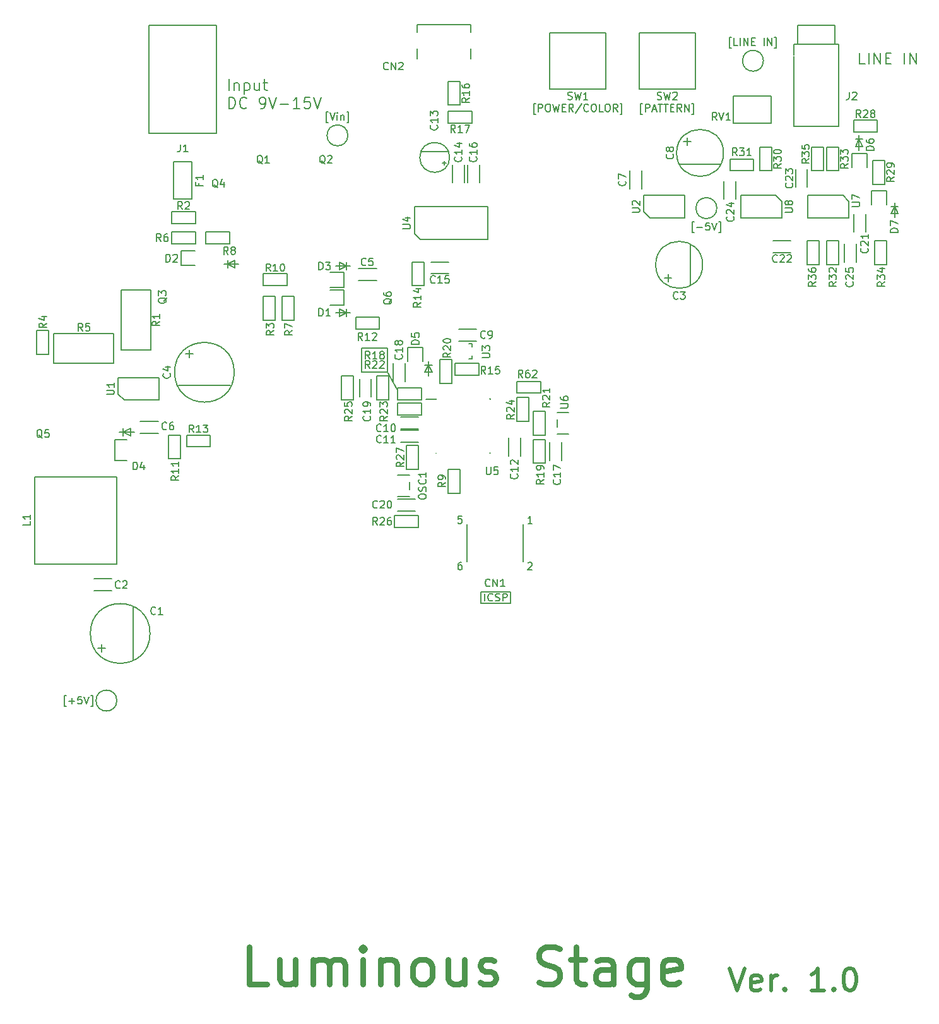
<source format=gto>
G04 #@! TF.GenerationSoftware,KiCad,Pcbnew,(5.0.0)*
G04 #@! TF.CreationDate,2018-09-01T12:46:00+09:00*
G04 #@! TF.ProjectId,LED_Board,4C45445F426F6172642E6B696361645F,rev?*
G04 #@! TF.SameCoordinates,PX4c4b400PY1312d00*
G04 #@! TF.FileFunction,Legend,Top*
G04 #@! TF.FilePolarity,Positive*
%FSLAX46Y46*%
G04 Gerber Fmt 4.6, Leading zero omitted, Abs format (unit mm)*
G04 Created by KiCad (PCBNEW (5.0.0)) date 09/01/18 12:46:00*
%MOMM*%
%LPD*%
G01*
G04 APERTURE LIST*
%ADD10C,0.150000*%
%ADD11C,0.500000*%
%ADD12C,0.800000*%
%ADD13C,0.200000*%
G04 APERTURE END LIST*
D10*
X44488095Y-13535714D02*
X44250000Y-13535714D01*
X44250000Y-12107142D01*
X44488095Y-12107142D01*
X44726190Y-12202380D02*
X45059523Y-13202380D01*
X45392857Y-12202380D01*
X45726190Y-13202380D02*
X45726190Y-12535714D01*
X45726190Y-12202380D02*
X45678571Y-12250000D01*
X45726190Y-12297619D01*
X45773809Y-12250000D01*
X45726190Y-12202380D01*
X45726190Y-12297619D01*
X46202380Y-12535714D02*
X46202380Y-13202380D01*
X46202380Y-12630952D02*
X46250000Y-12583333D01*
X46345238Y-12535714D01*
X46488095Y-12535714D01*
X46583333Y-12583333D01*
X46630952Y-12678571D01*
X46630952Y-13202380D01*
X47011904Y-13535714D02*
X47250000Y-13535714D01*
X47250000Y-12107142D01*
X47011904Y-12107142D01*
X98595238Y-3535714D02*
X98357142Y-3535714D01*
X98357142Y-2107142D01*
X98595238Y-2107142D01*
X99452380Y-3202380D02*
X98976190Y-3202380D01*
X98976190Y-2202380D01*
X99785714Y-3202380D02*
X99785714Y-2202380D01*
X100261904Y-3202380D02*
X100261904Y-2202380D01*
X100833333Y-3202380D01*
X100833333Y-2202380D01*
X101309523Y-2678571D02*
X101642857Y-2678571D01*
X101785714Y-3202380D02*
X101309523Y-3202380D01*
X101309523Y-2202380D01*
X101785714Y-2202380D01*
X102976190Y-3202380D02*
X102976190Y-2202380D01*
X103452380Y-3202380D02*
X103452380Y-2202380D01*
X104023809Y-3202380D01*
X104023809Y-2202380D01*
X104404761Y-3535714D02*
X104642857Y-3535714D01*
X104642857Y-2107142D01*
X104404761Y-2107142D01*
X93583333Y-28285714D02*
X93345238Y-28285714D01*
X93345238Y-26857142D01*
X93583333Y-26857142D01*
X93964285Y-27571428D02*
X94726190Y-27571428D01*
X95678571Y-26952380D02*
X95202380Y-26952380D01*
X95154761Y-27428571D01*
X95202380Y-27380952D01*
X95297619Y-27333333D01*
X95535714Y-27333333D01*
X95630952Y-27380952D01*
X95678571Y-27428571D01*
X95726190Y-27523809D01*
X95726190Y-27761904D01*
X95678571Y-27857142D01*
X95630952Y-27904761D01*
X95535714Y-27952380D01*
X95297619Y-27952380D01*
X95202380Y-27904761D01*
X95154761Y-27857142D01*
X96011904Y-26952380D02*
X96345238Y-27952380D01*
X96678571Y-26952380D01*
X96916666Y-28285714D02*
X97154761Y-28285714D01*
X97154761Y-26857142D01*
X96916666Y-26857142D01*
X9333333Y-91785714D02*
X9095238Y-91785714D01*
X9095238Y-90357142D01*
X9333333Y-90357142D01*
X9714285Y-91071428D02*
X10476190Y-91071428D01*
X10095238Y-91452380D02*
X10095238Y-90690476D01*
X11428571Y-90452380D02*
X10952380Y-90452380D01*
X10904761Y-90928571D01*
X10952380Y-90880952D01*
X11047619Y-90833333D01*
X11285714Y-90833333D01*
X11380952Y-90880952D01*
X11428571Y-90928571D01*
X11476190Y-91023809D01*
X11476190Y-91261904D01*
X11428571Y-91357142D01*
X11380952Y-91404761D01*
X11285714Y-91452380D01*
X11047619Y-91452380D01*
X10952380Y-91404761D01*
X10904761Y-91357142D01*
X11761904Y-90452380D02*
X12095238Y-91452380D01*
X12428571Y-90452380D01*
X12666666Y-91785714D02*
X12904761Y-91785714D01*
X12904761Y-90357142D01*
X12666666Y-90357142D01*
D11*
X98357142Y-126857142D02*
X99357142Y-129857142D01*
X100357142Y-126857142D01*
X102500000Y-129714285D02*
X102214285Y-129857142D01*
X101642857Y-129857142D01*
X101357142Y-129714285D01*
X101214285Y-129428571D01*
X101214285Y-128285714D01*
X101357142Y-128000000D01*
X101642857Y-127857142D01*
X102214285Y-127857142D01*
X102500000Y-128000000D01*
X102642857Y-128285714D01*
X102642857Y-128571428D01*
X101214285Y-128857142D01*
X103928571Y-129857142D02*
X103928571Y-127857142D01*
X103928571Y-128428571D02*
X104071428Y-128142857D01*
X104214285Y-128000000D01*
X104500000Y-127857142D01*
X104785714Y-127857142D01*
X105785714Y-129571428D02*
X105928571Y-129714285D01*
X105785714Y-129857142D01*
X105642857Y-129714285D01*
X105785714Y-129571428D01*
X105785714Y-129857142D01*
X111071428Y-129857142D02*
X109357142Y-129857142D01*
X110214285Y-129857142D02*
X110214285Y-126857142D01*
X109928571Y-127285714D01*
X109642857Y-127571428D01*
X109357142Y-127714285D01*
X112357142Y-129571428D02*
X112500000Y-129714285D01*
X112357142Y-129857142D01*
X112214285Y-129714285D01*
X112357142Y-129571428D01*
X112357142Y-129857142D01*
X114357142Y-126857142D02*
X114642857Y-126857142D01*
X114928571Y-127000000D01*
X115071428Y-127142857D01*
X115214285Y-127428571D01*
X115357142Y-128000000D01*
X115357142Y-128714285D01*
X115214285Y-129285714D01*
X115071428Y-129571428D01*
X114928571Y-129714285D01*
X114642857Y-129857142D01*
X114357142Y-129857142D01*
X114071428Y-129714285D01*
X113928571Y-129571428D01*
X113785714Y-129285714D01*
X113642857Y-128714285D01*
X113642857Y-128000000D01*
X113785714Y-127428571D01*
X113928571Y-127142857D01*
X114071428Y-127000000D01*
X114357142Y-126857142D01*
D12*
X36321428Y-129011904D02*
X33940476Y-129011904D01*
X33940476Y-124011904D01*
X40130952Y-125678571D02*
X40130952Y-129011904D01*
X37988095Y-125678571D02*
X37988095Y-128297619D01*
X38226190Y-128773809D01*
X38702380Y-129011904D01*
X39416666Y-129011904D01*
X39892857Y-128773809D01*
X40130952Y-128535714D01*
X42511904Y-129011904D02*
X42511904Y-125678571D01*
X42511904Y-126154761D02*
X42750000Y-125916666D01*
X43226190Y-125678571D01*
X43940476Y-125678571D01*
X44416666Y-125916666D01*
X44654761Y-126392857D01*
X44654761Y-129011904D01*
X44654761Y-126392857D02*
X44892857Y-125916666D01*
X45369047Y-125678571D01*
X46083333Y-125678571D01*
X46559523Y-125916666D01*
X46797619Y-126392857D01*
X46797619Y-129011904D01*
X49178571Y-129011904D02*
X49178571Y-125678571D01*
X49178571Y-124011904D02*
X48940476Y-124250000D01*
X49178571Y-124488095D01*
X49416666Y-124250000D01*
X49178571Y-124011904D01*
X49178571Y-124488095D01*
X51559523Y-125678571D02*
X51559523Y-129011904D01*
X51559523Y-126154761D02*
X51797619Y-125916666D01*
X52273809Y-125678571D01*
X52988095Y-125678571D01*
X53464285Y-125916666D01*
X53702380Y-126392857D01*
X53702380Y-129011904D01*
X56797619Y-129011904D02*
X56321428Y-128773809D01*
X56083333Y-128535714D01*
X55845238Y-128059523D01*
X55845238Y-126630952D01*
X56083333Y-126154761D01*
X56321428Y-125916666D01*
X56797619Y-125678571D01*
X57511904Y-125678571D01*
X57988095Y-125916666D01*
X58226190Y-126154761D01*
X58464285Y-126630952D01*
X58464285Y-128059523D01*
X58226190Y-128535714D01*
X57988095Y-128773809D01*
X57511904Y-129011904D01*
X56797619Y-129011904D01*
X62750000Y-125678571D02*
X62750000Y-129011904D01*
X60607142Y-125678571D02*
X60607142Y-128297619D01*
X60845238Y-128773809D01*
X61321428Y-129011904D01*
X62035714Y-129011904D01*
X62511904Y-128773809D01*
X62750000Y-128535714D01*
X64892857Y-128773809D02*
X65369047Y-129011904D01*
X66321428Y-129011904D01*
X66797619Y-128773809D01*
X67035714Y-128297619D01*
X67035714Y-128059523D01*
X66797619Y-127583333D01*
X66321428Y-127345238D01*
X65607142Y-127345238D01*
X65130952Y-127107142D01*
X64892857Y-126630952D01*
X64892857Y-126392857D01*
X65130952Y-125916666D01*
X65607142Y-125678571D01*
X66321428Y-125678571D01*
X66797619Y-125916666D01*
X72750000Y-128773809D02*
X73464285Y-129011904D01*
X74654761Y-129011904D01*
X75130952Y-128773809D01*
X75369047Y-128535714D01*
X75607142Y-128059523D01*
X75607142Y-127583333D01*
X75369047Y-127107142D01*
X75130952Y-126869047D01*
X74654761Y-126630952D01*
X73702380Y-126392857D01*
X73226190Y-126154761D01*
X72988095Y-125916666D01*
X72750000Y-125440476D01*
X72750000Y-124964285D01*
X72988095Y-124488095D01*
X73226190Y-124250000D01*
X73702380Y-124011904D01*
X74892857Y-124011904D01*
X75607142Y-124250000D01*
X77035714Y-125678571D02*
X78940476Y-125678571D01*
X77750000Y-124011904D02*
X77750000Y-128297619D01*
X77988095Y-128773809D01*
X78464285Y-129011904D01*
X78940476Y-129011904D01*
X82750000Y-129011904D02*
X82750000Y-126392857D01*
X82511904Y-125916666D01*
X82035714Y-125678571D01*
X81083333Y-125678571D01*
X80607142Y-125916666D01*
X82750000Y-128773809D02*
X82273809Y-129011904D01*
X81083333Y-129011904D01*
X80607142Y-128773809D01*
X80369047Y-128297619D01*
X80369047Y-127821428D01*
X80607142Y-127345238D01*
X81083333Y-127107142D01*
X82273809Y-127107142D01*
X82750000Y-126869047D01*
X87273809Y-125678571D02*
X87273809Y-129726190D01*
X87035714Y-130202380D01*
X86797619Y-130440476D01*
X86321428Y-130678571D01*
X85607142Y-130678571D01*
X85130952Y-130440476D01*
X87273809Y-128773809D02*
X86797619Y-129011904D01*
X85845238Y-129011904D01*
X85369047Y-128773809D01*
X85130952Y-128535714D01*
X84892857Y-128059523D01*
X84892857Y-126630952D01*
X85130952Y-126154761D01*
X85369047Y-125916666D01*
X85845238Y-125678571D01*
X86797619Y-125678571D01*
X87273809Y-125916666D01*
X91559523Y-128773809D02*
X91083333Y-129011904D01*
X90130952Y-129011904D01*
X89654761Y-128773809D01*
X89416666Y-128297619D01*
X89416666Y-126392857D01*
X89654761Y-125916666D01*
X90130952Y-125678571D01*
X91083333Y-125678571D01*
X91559523Y-125916666D01*
X91797619Y-126392857D01*
X91797619Y-126869047D01*
X89416666Y-127345238D01*
D10*
X86690476Y-12385714D02*
X86452380Y-12385714D01*
X86452380Y-10957142D01*
X86690476Y-10957142D01*
X87071428Y-12052380D02*
X87071428Y-11052380D01*
X87452380Y-11052380D01*
X87547619Y-11100000D01*
X87595238Y-11147619D01*
X87642857Y-11242857D01*
X87642857Y-11385714D01*
X87595238Y-11480952D01*
X87547619Y-11528571D01*
X87452380Y-11576190D01*
X87071428Y-11576190D01*
X88023809Y-11766666D02*
X88500000Y-11766666D01*
X87928571Y-12052380D02*
X88261904Y-11052380D01*
X88595238Y-12052380D01*
X88785714Y-11052380D02*
X89357142Y-11052380D01*
X89071428Y-12052380D02*
X89071428Y-11052380D01*
X89547619Y-11052380D02*
X90119047Y-11052380D01*
X89833333Y-12052380D02*
X89833333Y-11052380D01*
X90452380Y-11528571D02*
X90785714Y-11528571D01*
X90928571Y-12052380D02*
X90452380Y-12052380D01*
X90452380Y-11052380D01*
X90928571Y-11052380D01*
X91928571Y-12052380D02*
X91595238Y-11576190D01*
X91357142Y-12052380D02*
X91357142Y-11052380D01*
X91738095Y-11052380D01*
X91833333Y-11100000D01*
X91880952Y-11147619D01*
X91928571Y-11242857D01*
X91928571Y-11385714D01*
X91880952Y-11480952D01*
X91833333Y-11528571D01*
X91738095Y-11576190D01*
X91357142Y-11576190D01*
X92357142Y-12052380D02*
X92357142Y-11052380D01*
X92928571Y-12052380D01*
X92928571Y-11052380D01*
X93309523Y-12385714D02*
X93547619Y-12385714D01*
X93547619Y-10957142D01*
X93309523Y-10957142D01*
X72333333Y-12385714D02*
X72095238Y-12385714D01*
X72095238Y-10957142D01*
X72333333Y-10957142D01*
X72714285Y-12052380D02*
X72714285Y-11052380D01*
X73095238Y-11052380D01*
X73190476Y-11100000D01*
X73238095Y-11147619D01*
X73285714Y-11242857D01*
X73285714Y-11385714D01*
X73238095Y-11480952D01*
X73190476Y-11528571D01*
X73095238Y-11576190D01*
X72714285Y-11576190D01*
X73904761Y-11052380D02*
X74095238Y-11052380D01*
X74190476Y-11100000D01*
X74285714Y-11195238D01*
X74333333Y-11385714D01*
X74333333Y-11719047D01*
X74285714Y-11909523D01*
X74190476Y-12004761D01*
X74095238Y-12052380D01*
X73904761Y-12052380D01*
X73809523Y-12004761D01*
X73714285Y-11909523D01*
X73666666Y-11719047D01*
X73666666Y-11385714D01*
X73714285Y-11195238D01*
X73809523Y-11100000D01*
X73904761Y-11052380D01*
X74666666Y-11052380D02*
X74904761Y-12052380D01*
X75095238Y-11338095D01*
X75285714Y-12052380D01*
X75523809Y-11052380D01*
X75904761Y-11528571D02*
X76238095Y-11528571D01*
X76380952Y-12052380D02*
X75904761Y-12052380D01*
X75904761Y-11052380D01*
X76380952Y-11052380D01*
X77380952Y-12052380D02*
X77047619Y-11576190D01*
X76809523Y-12052380D02*
X76809523Y-11052380D01*
X77190476Y-11052380D01*
X77285714Y-11100000D01*
X77333333Y-11147619D01*
X77380952Y-11242857D01*
X77380952Y-11385714D01*
X77333333Y-11480952D01*
X77285714Y-11528571D01*
X77190476Y-11576190D01*
X76809523Y-11576190D01*
X78523809Y-11004761D02*
X77666666Y-12290476D01*
X79428571Y-11957142D02*
X79380952Y-12004761D01*
X79238095Y-12052380D01*
X79142857Y-12052380D01*
X79000000Y-12004761D01*
X78904761Y-11909523D01*
X78857142Y-11814285D01*
X78809523Y-11623809D01*
X78809523Y-11480952D01*
X78857142Y-11290476D01*
X78904761Y-11195238D01*
X79000000Y-11100000D01*
X79142857Y-11052380D01*
X79238095Y-11052380D01*
X79380952Y-11100000D01*
X79428571Y-11147619D01*
X80047619Y-11052380D02*
X80238095Y-11052380D01*
X80333333Y-11100000D01*
X80428571Y-11195238D01*
X80476190Y-11385714D01*
X80476190Y-11719047D01*
X80428571Y-11909523D01*
X80333333Y-12004761D01*
X80238095Y-12052380D01*
X80047619Y-12052380D01*
X79952380Y-12004761D01*
X79857142Y-11909523D01*
X79809523Y-11719047D01*
X79809523Y-11385714D01*
X79857142Y-11195238D01*
X79952380Y-11100000D01*
X80047619Y-11052380D01*
X81380952Y-12052380D02*
X80904761Y-12052380D01*
X80904761Y-11052380D01*
X81904761Y-11052380D02*
X82095238Y-11052380D01*
X82190476Y-11100000D01*
X82285714Y-11195238D01*
X82333333Y-11385714D01*
X82333333Y-11719047D01*
X82285714Y-11909523D01*
X82190476Y-12004761D01*
X82095238Y-12052380D01*
X81904761Y-12052380D01*
X81809523Y-12004761D01*
X81714285Y-11909523D01*
X81666666Y-11719047D01*
X81666666Y-11385714D01*
X81714285Y-11195238D01*
X81809523Y-11100000D01*
X81904761Y-11052380D01*
X83333333Y-12052380D02*
X83000000Y-11576190D01*
X82761904Y-12052380D02*
X82761904Y-11052380D01*
X83142857Y-11052380D01*
X83238095Y-11100000D01*
X83285714Y-11147619D01*
X83333333Y-11242857D01*
X83333333Y-11385714D01*
X83285714Y-11480952D01*
X83238095Y-11528571D01*
X83142857Y-11576190D01*
X82761904Y-11576190D01*
X83666666Y-12385714D02*
X83904761Y-12385714D01*
X83904761Y-10957142D01*
X83666666Y-10957142D01*
X116528571Y-5678571D02*
X115814285Y-5678571D01*
X115814285Y-4178571D01*
X117028571Y-5678571D02*
X117028571Y-4178571D01*
X117742857Y-5678571D02*
X117742857Y-4178571D01*
X118600000Y-5678571D01*
X118600000Y-4178571D01*
X119314285Y-4892857D02*
X119814285Y-4892857D01*
X120028571Y-5678571D02*
X119314285Y-5678571D01*
X119314285Y-4178571D01*
X120028571Y-4178571D01*
X121814285Y-5678571D02*
X121814285Y-4178571D01*
X122528571Y-5678571D02*
X122528571Y-4178571D01*
X123385714Y-5678571D01*
X123385714Y-4178571D01*
X31204642Y-9228571D02*
X31204642Y-7728571D01*
X31918928Y-8228571D02*
X31918928Y-9228571D01*
X31918928Y-8371428D02*
X31990357Y-8300000D01*
X32133214Y-8228571D01*
X32347500Y-8228571D01*
X32490357Y-8300000D01*
X32561785Y-8442857D01*
X32561785Y-9228571D01*
X33276071Y-8228571D02*
X33276071Y-9728571D01*
X33276071Y-8300000D02*
X33418928Y-8228571D01*
X33704642Y-8228571D01*
X33847500Y-8300000D01*
X33918928Y-8371428D01*
X33990357Y-8514285D01*
X33990357Y-8942857D01*
X33918928Y-9085714D01*
X33847500Y-9157142D01*
X33704642Y-9228571D01*
X33418928Y-9228571D01*
X33276071Y-9157142D01*
X35276071Y-8228571D02*
X35276071Y-9228571D01*
X34633214Y-8228571D02*
X34633214Y-9014285D01*
X34704642Y-9157142D01*
X34847500Y-9228571D01*
X35061785Y-9228571D01*
X35204642Y-9157142D01*
X35276071Y-9085714D01*
X35776071Y-8228571D02*
X36347500Y-8228571D01*
X35990357Y-7728571D02*
X35990357Y-9014285D01*
X36061785Y-9157142D01*
X36204642Y-9228571D01*
X36347500Y-9228571D01*
X31204642Y-11628571D02*
X31204642Y-10128571D01*
X31561785Y-10128571D01*
X31776071Y-10200000D01*
X31918928Y-10342857D01*
X31990357Y-10485714D01*
X32061785Y-10771428D01*
X32061785Y-10985714D01*
X31990357Y-11271428D01*
X31918928Y-11414285D01*
X31776071Y-11557142D01*
X31561785Y-11628571D01*
X31204642Y-11628571D01*
X33561785Y-11485714D02*
X33490357Y-11557142D01*
X33276071Y-11628571D01*
X33133214Y-11628571D01*
X32918928Y-11557142D01*
X32776071Y-11414285D01*
X32704642Y-11271428D01*
X32633214Y-10985714D01*
X32633214Y-10771428D01*
X32704642Y-10485714D01*
X32776071Y-10342857D01*
X32918928Y-10200000D01*
X33133214Y-10128571D01*
X33276071Y-10128571D01*
X33490357Y-10200000D01*
X33561785Y-10271428D01*
X35418928Y-11628571D02*
X35704642Y-11628571D01*
X35847500Y-11557142D01*
X35918928Y-11485714D01*
X36061785Y-11271428D01*
X36133214Y-10985714D01*
X36133214Y-10414285D01*
X36061785Y-10271428D01*
X35990357Y-10200000D01*
X35847500Y-10128571D01*
X35561785Y-10128571D01*
X35418928Y-10200000D01*
X35347500Y-10271428D01*
X35276071Y-10414285D01*
X35276071Y-10771428D01*
X35347500Y-10914285D01*
X35418928Y-10985714D01*
X35561785Y-11057142D01*
X35847500Y-11057142D01*
X35990357Y-10985714D01*
X36061785Y-10914285D01*
X36133214Y-10771428D01*
X36561785Y-10128571D02*
X37061785Y-11628571D01*
X37561785Y-10128571D01*
X38061785Y-11057142D02*
X39204642Y-11057142D01*
X40704642Y-11628571D02*
X39847500Y-11628571D01*
X40276071Y-11628571D02*
X40276071Y-10128571D01*
X40133214Y-10342857D01*
X39990357Y-10485714D01*
X39847500Y-10557142D01*
X42061785Y-10128571D02*
X41347500Y-10128571D01*
X41276071Y-10842857D01*
X41347500Y-10771428D01*
X41490357Y-10700000D01*
X41847500Y-10700000D01*
X41990357Y-10771428D01*
X42061785Y-10842857D01*
X42133214Y-10985714D01*
X42133214Y-11342857D01*
X42061785Y-11485714D01*
X41990357Y-11557142D01*
X41847500Y-11628571D01*
X41490357Y-11628571D01*
X41347500Y-11557142D01*
X41276071Y-11485714D01*
X42561785Y-10128571D02*
X43061785Y-11628571D01*
X43561785Y-10128571D01*
D13*
X69000000Y-78000000D02*
X65000000Y-78000000D01*
X65000000Y-76400000D02*
X69000000Y-76400000D01*
X65000000Y-78000000D02*
X65000000Y-76400000D01*
X69000000Y-76400000D02*
X69000000Y-78000000D01*
D10*
X65523809Y-77652380D02*
X65523809Y-76652380D01*
X66571428Y-77557142D02*
X66523809Y-77604761D01*
X66380952Y-77652380D01*
X66285714Y-77652380D01*
X66142857Y-77604761D01*
X66047619Y-77509523D01*
X66000000Y-77414285D01*
X65952380Y-77223809D01*
X65952380Y-77080952D01*
X66000000Y-76890476D01*
X66047619Y-76795238D01*
X66142857Y-76700000D01*
X66285714Y-76652380D01*
X66380952Y-76652380D01*
X66523809Y-76700000D01*
X66571428Y-76747619D01*
X66952380Y-77604761D02*
X67095238Y-77652380D01*
X67333333Y-77652380D01*
X67428571Y-77604761D01*
X67476190Y-77557142D01*
X67523809Y-77461904D01*
X67523809Y-77366666D01*
X67476190Y-77271428D01*
X67428571Y-77223809D01*
X67333333Y-77176190D01*
X67142857Y-77128571D01*
X67047619Y-77080952D01*
X67000000Y-77033333D01*
X66952380Y-76938095D01*
X66952380Y-76842857D01*
X67000000Y-76747619D01*
X67047619Y-76700000D01*
X67142857Y-76652380D01*
X67380952Y-76652380D01*
X67523809Y-76700000D01*
X67952380Y-77652380D02*
X67952380Y-76652380D01*
X68333333Y-76652380D01*
X68428571Y-76700000D01*
X68476190Y-76747619D01*
X68523809Y-76842857D01*
X68523809Y-76985714D01*
X68476190Y-77080952D01*
X68428571Y-77128571D01*
X68333333Y-77176190D01*
X67952380Y-77176190D01*
X62390476Y-72452380D02*
X62200000Y-72452380D01*
X62104761Y-72500000D01*
X62057142Y-72547619D01*
X61961904Y-72690476D01*
X61914285Y-72880952D01*
X61914285Y-73261904D01*
X61961904Y-73357142D01*
X62009523Y-73404761D01*
X62104761Y-73452380D01*
X62295238Y-73452380D01*
X62390476Y-73404761D01*
X62438095Y-73357142D01*
X62485714Y-73261904D01*
X62485714Y-73023809D01*
X62438095Y-72928571D01*
X62390476Y-72880952D01*
X62295238Y-72833333D01*
X62104761Y-72833333D01*
X62009523Y-72880952D01*
X61961904Y-72928571D01*
X61914285Y-73023809D01*
X62438095Y-66252380D02*
X61961904Y-66252380D01*
X61914285Y-66728571D01*
X61961904Y-66680952D01*
X62057142Y-66633333D01*
X62295238Y-66633333D01*
X62390476Y-66680952D01*
X62438095Y-66728571D01*
X62485714Y-66823809D01*
X62485714Y-67061904D01*
X62438095Y-67157142D01*
X62390476Y-67204761D01*
X62295238Y-67252380D01*
X62057142Y-67252380D01*
X61961904Y-67204761D01*
X61914285Y-67157142D01*
X71314285Y-72547619D02*
X71361904Y-72500000D01*
X71457142Y-72452380D01*
X71695238Y-72452380D01*
X71790476Y-72500000D01*
X71838095Y-72547619D01*
X71885714Y-72642857D01*
X71885714Y-72738095D01*
X71838095Y-72880952D01*
X71266666Y-73452380D01*
X71885714Y-73452380D01*
X71885714Y-67252380D02*
X71314285Y-67252380D01*
X71600000Y-67252380D02*
X71600000Y-66252380D01*
X71504761Y-66395238D01*
X71409523Y-66490476D01*
X71314285Y-66538095D01*
D13*
X53750000Y-49250000D02*
X52500000Y-47000000D01*
X52000000Y-47000000D02*
X52500000Y-47000000D01*
X52500000Y-47000000D02*
X52000000Y-47000000D01*
X52500000Y-43750000D02*
X52500000Y-47000000D01*
X52250000Y-43750000D02*
X52500000Y-43750000D01*
X49000000Y-47000000D02*
X49000000Y-43750000D01*
X52250000Y-47000000D02*
X49000000Y-47000000D01*
X49000000Y-43750000D02*
X52250000Y-43750000D01*
X115750000Y-15750000D02*
X115250000Y-16750000D01*
X115750000Y-17250000D02*
X115750000Y-15250000D01*
X116250000Y-16750000D02*
X115750000Y-15750000D01*
X115250000Y-16750000D02*
X116250000Y-16750000D01*
X115250000Y-15750000D02*
X116250000Y-15750000D01*
X120500000Y-24750000D02*
X120000000Y-25750000D01*
X120500000Y-26250000D02*
X120500000Y-24250000D01*
X121000000Y-25750000D02*
X120500000Y-24750000D01*
X120000000Y-25750000D02*
X121000000Y-25750000D01*
X120000000Y-24750000D02*
X121000000Y-24750000D01*
X58000000Y-46000000D02*
X57500000Y-47000000D01*
X58000000Y-47500000D02*
X58000000Y-45500000D01*
X58500000Y-47000000D02*
X58000000Y-46000000D01*
X57500000Y-47000000D02*
X58500000Y-47000000D01*
X57500000Y-46000000D02*
X58500000Y-46000000D01*
X47000000Y-32750000D02*
X46000000Y-32250000D01*
X45500000Y-32750000D02*
X47500000Y-32750000D01*
X46000000Y-33250000D02*
X47000000Y-32750000D01*
X46000000Y-32250000D02*
X46000000Y-33250000D01*
X47000000Y-32250000D02*
X47000000Y-33250000D01*
X47000000Y-39000000D02*
X46000000Y-38500000D01*
X45500000Y-39000000D02*
X47500000Y-39000000D01*
X46000000Y-39500000D02*
X47000000Y-39000000D01*
X46000000Y-38500000D02*
X46000000Y-39500000D01*
X47000000Y-38500000D02*
X47000000Y-39500000D01*
X31000000Y-32500000D02*
X32000000Y-33000000D01*
X32000000Y-32000000D02*
X31000000Y-32500000D01*
X32000000Y-33000000D02*
X32000000Y-32000000D01*
X31000000Y-33000000D02*
X31000000Y-32000000D01*
X32500000Y-32500000D02*
X30500000Y-32500000D01*
X18500000Y-55000000D02*
X16500000Y-55000000D01*
X17000000Y-55500000D02*
X17000000Y-54500000D01*
X18000000Y-54500000D02*
X17000000Y-55000000D01*
X18000000Y-55500000D02*
X18000000Y-54500000D01*
X17000000Y-55000000D02*
X18000000Y-55500000D01*
D10*
G04 #@! TO.C,*
X96650000Y-25000000D02*
G75*
G03X96650000Y-25000000I-1400000J0D01*
G01*
G04 #@! TO.C,D6*
X116800000Y-17700000D02*
X116800000Y-17900000D01*
X114800000Y-17700000D02*
X116800000Y-17700000D01*
X114800000Y-17900000D02*
X114800000Y-17700000D01*
X116800000Y-17900000D02*
X116800000Y-19500000D01*
X114800000Y-19500000D02*
X114800000Y-17900000D01*
G04 #@! TO.C,D7*
X119400000Y-22700000D02*
X119400000Y-22900000D01*
X117400000Y-22700000D02*
X119400000Y-22700000D01*
X117400000Y-22900000D02*
X117400000Y-22700000D01*
X119400000Y-22900000D02*
X119400000Y-24500000D01*
X117400000Y-24500000D02*
X117400000Y-22900000D01*
G04 #@! TO.C,D5*
X57200000Y-43700000D02*
X57200000Y-43900000D01*
X55200000Y-43700000D02*
X57200000Y-43700000D01*
X55200000Y-43900000D02*
X55200000Y-43700000D01*
X57200000Y-43900000D02*
X57200000Y-45500000D01*
X55200000Y-45500000D02*
X55200000Y-43900000D01*
G04 #@! TO.C,D1*
X46600000Y-38000000D02*
X46400000Y-38000000D01*
X46600000Y-36000000D02*
X46600000Y-38000000D01*
X46400000Y-36000000D02*
X46600000Y-36000000D01*
X46400000Y-38000000D02*
X44800000Y-38000000D01*
X44800000Y-36000000D02*
X46400000Y-36000000D01*
G04 #@! TO.C,D3*
X46600000Y-35600000D02*
X46400000Y-35600000D01*
X46600000Y-33600000D02*
X46600000Y-35600000D01*
X46400000Y-33600000D02*
X46600000Y-33600000D01*
X46400000Y-35600000D02*
X44800000Y-35600000D01*
X44800000Y-33600000D02*
X46400000Y-33600000D01*
G04 #@! TO.C,D2*
X24800000Y-30700000D02*
X25000000Y-30700000D01*
X24800000Y-32700000D02*
X24800000Y-30700000D01*
X25000000Y-32700000D02*
X24800000Y-32700000D01*
X25000000Y-30700000D02*
X26600000Y-30700000D01*
X26600000Y-32700000D02*
X25000000Y-32700000D01*
G04 #@! TO.C,D4*
X15900000Y-56000000D02*
X17500000Y-56000000D01*
X15900000Y-58800000D02*
X15900000Y-56000000D01*
X17500000Y-58800000D02*
X15900000Y-58800000D01*
G04 #@! TO.C,C1*
X18350000Y-85500000D02*
X18350000Y-78500000D01*
X14100000Y-84500000D02*
X14100000Y-83500000D01*
X14600000Y-84000000D02*
X13600000Y-84000000D01*
X20601250Y-82000000D02*
G75*
G03X20601250Y-82000000I-4001250J0D01*
G01*
G04 #@! TO.C,C2*
X15500000Y-74700000D02*
X13100000Y-74700000D01*
X15500000Y-76300000D02*
X13100000Y-76300000D01*
G04 #@! TO.C,C3*
X93100000Y-35350000D02*
X93100000Y-29850000D01*
X90100000Y-34850000D02*
X90100000Y-33850000D01*
X90600000Y-34350000D02*
X89600000Y-34350000D01*
X94750000Y-32600000D02*
G75*
G03X94750000Y-32600000I-3150000J0D01*
G01*
G04 #@! TO.C,C4*
X24400000Y-48750000D02*
X31400000Y-48750000D01*
X25400000Y-44500000D02*
X26400000Y-44500000D01*
X25900000Y-45000000D02*
X25900000Y-44000000D01*
X31901250Y-47000000D02*
G75*
G03X31901250Y-47000000I-4001250J0D01*
G01*
G04 #@! TO.C,C5*
X51000000Y-33100000D02*
X48600000Y-33100000D01*
X51000000Y-34700000D02*
X48600000Y-34700000D01*
G04 #@! TO.C,C6*
X21700000Y-53600000D02*
X19300000Y-53600000D01*
X21700000Y-55200000D02*
X19300000Y-55200000D01*
G04 #@! TO.C,C7*
X85000000Y-20000000D02*
X85000000Y-22400000D01*
X86600000Y-20000000D02*
X86600000Y-22400000D01*
G04 #@! TO.C,C8*
X91650000Y-19100000D02*
X97150000Y-19100000D01*
X92150000Y-16100000D02*
X93150000Y-16100000D01*
X92650000Y-16600000D02*
X92650000Y-15600000D01*
X97550000Y-17600000D02*
G75*
G03X97550000Y-17600000I-3150000J0D01*
G01*
G04 #@! TO.C,C9*
X62000000Y-42800000D02*
X64400000Y-42800000D01*
X62000000Y-41200000D02*
X64400000Y-41200000D01*
G04 #@! TO.C,C10*
X54200000Y-54600000D02*
X56600000Y-54600000D01*
X54200000Y-53000000D02*
X56600000Y-53000000D01*
G04 #@! TO.C,C11*
X54200000Y-56400000D02*
X56600000Y-56400000D01*
X54200000Y-54800000D02*
X56600000Y-54800000D01*
G04 #@! TO.C,C12*
X70300000Y-58200000D02*
X70300000Y-55800000D01*
X68700000Y-58200000D02*
X68700000Y-55800000D01*
G04 #@! TO.C,C13*
X60550000Y-17450000D02*
X57050000Y-17450000D01*
X60300000Y-18950000D02*
X59800000Y-18950000D01*
X60050000Y-18700000D02*
X60050000Y-19200000D01*
X60800000Y-18200000D02*
G75*
G03X60800000Y-18200000I-2000000J0D01*
G01*
G04 #@! TO.C,C14*
X61200000Y-19200000D02*
X61200000Y-21600000D01*
X62800000Y-19200000D02*
X62800000Y-21600000D01*
G04 #@! TO.C,C15*
X60700000Y-32200000D02*
X58300000Y-32200000D01*
X60700000Y-33800000D02*
X58300000Y-33800000D01*
G04 #@! TO.C,C16*
X63200000Y-19200000D02*
X63200000Y-21600000D01*
X64800000Y-19200000D02*
X64800000Y-21600000D01*
G04 #@! TO.C,C17*
X74200000Y-56400000D02*
X74200000Y-58800000D01*
X75800000Y-56400000D02*
X75800000Y-58800000D01*
G04 #@! TO.C,C18*
X53200000Y-45800000D02*
X53200000Y-48200000D01*
X54800000Y-45800000D02*
X54800000Y-48200000D01*
G04 #@! TO.C,C19*
X48700000Y-47900000D02*
X48700000Y-50300000D01*
X50300000Y-47900000D02*
X50300000Y-50300000D01*
G04 #@! TO.C,C20*
X53800000Y-65600000D02*
X56200000Y-65600000D01*
X53800000Y-64000000D02*
X56200000Y-64000000D01*
G04 #@! TO.C,C21*
X115000000Y-25800000D02*
X115000000Y-28200000D01*
X116600000Y-25800000D02*
X116600000Y-28200000D01*
G04 #@! TO.C,C22*
X106600000Y-29400000D02*
X104200000Y-29400000D01*
X106600000Y-31000000D02*
X104200000Y-31000000D01*
G04 #@! TO.C,C23*
X108800000Y-22200000D02*
X108800000Y-19800000D01*
X107200000Y-22200000D02*
X107200000Y-19800000D01*
G04 #@! TO.C,C24*
X97600000Y-21400000D02*
X97600000Y-23800000D01*
X99200000Y-21400000D02*
X99200000Y-23800000D01*
G04 #@! TO.C,C25*
X115400000Y-32200000D02*
X115400000Y-29800000D01*
X113800000Y-32200000D02*
X113800000Y-29800000D01*
G04 #@! TO.C,CN2*
X63600000Y-400000D02*
X63600000Y-1400000D01*
X56400000Y-1400000D02*
X56400000Y-400000D01*
X63600000Y-3600000D02*
X63600000Y-5000000D01*
X56400000Y-3600000D02*
X56400000Y-5000000D01*
X63600000Y-400000D02*
X56400000Y-400000D01*
G04 #@! TO.C,F1*
X23750000Y-18800000D02*
X26250000Y-18800000D01*
X23750000Y-23800000D02*
X23750000Y-18800000D01*
X26250000Y-23800000D02*
X23750000Y-23800000D01*
X26250000Y-18800000D02*
X26250000Y-23800000D01*
G04 #@! TO.C,J1*
X25000000Y-500000D02*
X29500000Y-500000D01*
X29500000Y-500000D02*
X29500000Y-15000000D01*
X29500000Y-15000000D02*
X20500000Y-15000000D01*
X20500000Y-15000000D02*
X20500000Y-500000D01*
X20500000Y-500000D02*
X25000000Y-500000D01*
G04 #@! TO.C,J2*
X112500000Y-3000000D02*
X112500000Y-500000D01*
X112500000Y-500000D02*
X107500000Y-500000D01*
X107500000Y-500000D02*
X107500000Y-3000000D01*
X110000000Y-3000000D02*
X107000000Y-3000000D01*
X107000000Y-3000000D02*
X107000000Y-4500000D01*
X110000000Y-3000000D02*
X113000000Y-3000000D01*
X113000000Y-3000000D02*
X113000000Y-4500000D01*
X113000000Y-4400000D02*
X113000000Y-14000000D01*
X107000000Y-4600000D02*
X107000000Y-14000000D01*
X113000000Y-14000000D02*
X107000000Y-14000000D01*
G04 #@! TO.C,L1*
X5100000Y-72700000D02*
X5100000Y-61000000D01*
X16100000Y-72700000D02*
X5100000Y-72700000D01*
X16100000Y-61000000D02*
X16100000Y-72700000D01*
X10600000Y-61000000D02*
X16100000Y-61000000D01*
X10600000Y-61000000D02*
X5100000Y-61000000D01*
G04 #@! TO.C,OSC1*
X55400000Y-61700000D02*
X55400000Y-62700000D01*
X53800000Y-60750000D02*
X55400000Y-60750000D01*
X55400000Y-63650000D02*
X53800000Y-63650000D01*
G04 #@! TO.C,R1*
X16700000Y-36000000D02*
X20700000Y-36000000D01*
X16700000Y-44000000D02*
X16700000Y-36000000D01*
X20700000Y-44000000D02*
X16700000Y-44000000D01*
X20700000Y-36000000D02*
X20700000Y-44000000D01*
G04 #@! TO.C,R2*
X23500000Y-25500000D02*
X25100000Y-25500000D01*
X23500000Y-27100000D02*
X23500000Y-25500000D01*
X26700000Y-27100000D02*
X23500000Y-27100000D01*
X26700000Y-25500000D02*
X26700000Y-27100000D01*
X25100000Y-25500000D02*
X26700000Y-25500000D01*
G04 #@! TO.C,R3*
X35800000Y-40000000D02*
X35800000Y-38400000D01*
X37400000Y-40000000D02*
X35800000Y-40000000D01*
X37400000Y-36800000D02*
X37400000Y-40000000D01*
X35800000Y-36800000D02*
X37400000Y-36800000D01*
X35800000Y-38400000D02*
X35800000Y-36800000D01*
G04 #@! TO.C,R4*
X7000000Y-41400000D02*
X7000000Y-43000000D01*
X5400000Y-41400000D02*
X7000000Y-41400000D01*
X5400000Y-44600000D02*
X5400000Y-41400000D01*
X7000000Y-44600000D02*
X5400000Y-44600000D01*
X7000000Y-43000000D02*
X7000000Y-44600000D01*
G04 #@! TO.C,R5*
X15700000Y-41800000D02*
X15700000Y-45800000D01*
X7700000Y-41800000D02*
X15700000Y-41800000D01*
X7700000Y-45800000D02*
X7700000Y-41800000D01*
X15700000Y-45800000D02*
X7700000Y-45800000D01*
G04 #@! TO.C,R6*
X26700000Y-29800000D02*
X25100000Y-29800000D01*
X26700000Y-28200000D02*
X26700000Y-29800000D01*
X23500000Y-28200000D02*
X26700000Y-28200000D01*
X23500000Y-29800000D02*
X23500000Y-28200000D01*
X25100000Y-29800000D02*
X23500000Y-29800000D01*
G04 #@! TO.C,R7*
X39900000Y-36800000D02*
X39900000Y-38400000D01*
X38300000Y-36800000D02*
X39900000Y-36800000D01*
X38300000Y-40000000D02*
X38300000Y-36800000D01*
X39900000Y-40000000D02*
X38300000Y-40000000D01*
X39900000Y-38400000D02*
X39900000Y-40000000D01*
G04 #@! TO.C,R8*
X28100000Y-28200000D02*
X29700000Y-28200000D01*
X28100000Y-29800000D02*
X28100000Y-28200000D01*
X31300000Y-29800000D02*
X28100000Y-29800000D01*
X31300000Y-28200000D02*
X31300000Y-29800000D01*
X29700000Y-28200000D02*
X31300000Y-28200000D01*
G04 #@! TO.C,R9*
X60600000Y-63200000D02*
X60600000Y-61600000D01*
X62200000Y-63200000D02*
X60600000Y-63200000D01*
X62200000Y-60000000D02*
X62200000Y-63200000D01*
X60600000Y-60000000D02*
X62200000Y-60000000D01*
X60600000Y-61600000D02*
X60600000Y-60000000D01*
G04 #@! TO.C,R10*
X39000000Y-35400000D02*
X37400000Y-35400000D01*
X39000000Y-33800000D02*
X39000000Y-35400000D01*
X35800000Y-33800000D02*
X39000000Y-33800000D01*
X35800000Y-35400000D02*
X35800000Y-33800000D01*
X37400000Y-35400000D02*
X35800000Y-35400000D01*
G04 #@! TO.C,R11*
X23100000Y-58600000D02*
X23100000Y-57000000D01*
X24700000Y-58600000D02*
X23100000Y-58600000D01*
X24700000Y-55400000D02*
X24700000Y-58600000D01*
X23100000Y-55400000D02*
X24700000Y-55400000D01*
X23100000Y-57000000D02*
X23100000Y-55400000D01*
G04 #@! TO.C,R12*
X48200000Y-39600000D02*
X49800000Y-39600000D01*
X48200000Y-41200000D02*
X48200000Y-39600000D01*
X51400000Y-41200000D02*
X48200000Y-41200000D01*
X51400000Y-39600000D02*
X51400000Y-41200000D01*
X49800000Y-39600000D02*
X51400000Y-39600000D01*
G04 #@! TO.C,R13*
X25500000Y-55400000D02*
X27100000Y-55400000D01*
X25500000Y-57000000D02*
X25500000Y-55400000D01*
X28700000Y-57000000D02*
X25500000Y-57000000D01*
X28700000Y-55400000D02*
X28700000Y-57000000D01*
X27100000Y-55400000D02*
X28700000Y-55400000D01*
G04 #@! TO.C,R14*
X57400000Y-32200000D02*
X57400000Y-33800000D01*
X55800000Y-32200000D02*
X57400000Y-32200000D01*
X55800000Y-35400000D02*
X55800000Y-32200000D01*
X57400000Y-35400000D02*
X55800000Y-35400000D01*
X57400000Y-33800000D02*
X57400000Y-35400000D01*
G04 #@! TO.C,R15*
X64700000Y-47400000D02*
X63100000Y-47400000D01*
X64700000Y-45800000D02*
X64700000Y-47400000D01*
X61500000Y-45800000D02*
X64700000Y-45800000D01*
X61500000Y-47400000D02*
X61500000Y-45800000D01*
X63100000Y-47400000D02*
X61500000Y-47400000D01*
G04 #@! TO.C,R16*
X62200000Y-8000000D02*
X62200000Y-9600000D01*
X60600000Y-8000000D02*
X62200000Y-8000000D01*
X60600000Y-11200000D02*
X60600000Y-8000000D01*
X62200000Y-11200000D02*
X60600000Y-11200000D01*
X62200000Y-9600000D02*
X62200000Y-11200000D01*
G04 #@! TO.C,R17*
X63800000Y-13600000D02*
X62200000Y-13600000D01*
X63800000Y-12000000D02*
X63800000Y-13600000D01*
X60600000Y-12000000D02*
X63800000Y-12000000D01*
X60600000Y-13600000D02*
X60600000Y-12000000D01*
X62200000Y-13600000D02*
X60600000Y-13600000D01*
G04 #@! TO.C,R18*
X57000000Y-50700000D02*
X55400000Y-50700000D01*
X57000000Y-49100000D02*
X57000000Y-50700000D01*
X53800000Y-49100000D02*
X57000000Y-49100000D01*
X53800000Y-50700000D02*
X53800000Y-49100000D01*
X55400000Y-50700000D02*
X53800000Y-50700000D01*
G04 #@! TO.C,R19*
X72000000Y-59200000D02*
X72000000Y-57600000D01*
X73600000Y-59200000D02*
X72000000Y-59200000D01*
X73600000Y-56000000D02*
X73600000Y-59200000D01*
X72000000Y-56000000D02*
X73600000Y-56000000D01*
X72000000Y-57600000D02*
X72000000Y-56000000D01*
G04 #@! TO.C,R20*
X59500000Y-48500000D02*
X59500000Y-46900000D01*
X61100000Y-48500000D02*
X59500000Y-48500000D01*
X61100000Y-45300000D02*
X61100000Y-48500000D01*
X59500000Y-45300000D02*
X61100000Y-45300000D01*
X59500000Y-46900000D02*
X59500000Y-45300000D01*
G04 #@! TO.C,R21*
X73600000Y-52200000D02*
X73600000Y-53800000D01*
X72000000Y-52200000D02*
X73600000Y-52200000D01*
X72000000Y-55400000D02*
X72000000Y-52200000D01*
X73600000Y-55400000D02*
X72000000Y-55400000D01*
X73600000Y-53800000D02*
X73600000Y-55400000D01*
G04 #@! TO.C,R22*
X57000000Y-52700000D02*
X55400000Y-52700000D01*
X57000000Y-51100000D02*
X57000000Y-52700000D01*
X53800000Y-51100000D02*
X57000000Y-51100000D01*
X53800000Y-52700000D02*
X53800000Y-51100000D01*
X55400000Y-52700000D02*
X53800000Y-52700000D01*
G04 #@! TO.C,R23*
X51000000Y-50700000D02*
X51000000Y-49100000D01*
X52600000Y-50700000D02*
X51000000Y-50700000D01*
X52600000Y-47500000D02*
X52600000Y-50700000D01*
X51000000Y-47500000D02*
X52600000Y-47500000D01*
X51000000Y-49100000D02*
X51000000Y-47500000D01*
G04 #@! TO.C,R24*
X71400000Y-50400000D02*
X71400000Y-52000000D01*
X69800000Y-50400000D02*
X71400000Y-50400000D01*
X69800000Y-53600000D02*
X69800000Y-50400000D01*
X71400000Y-53600000D02*
X69800000Y-53600000D01*
X71400000Y-52000000D02*
X71400000Y-53600000D01*
G04 #@! TO.C,R25*
X47900000Y-47500000D02*
X47900000Y-49100000D01*
X46300000Y-47500000D02*
X47900000Y-47500000D01*
X46300000Y-50700000D02*
X46300000Y-47500000D01*
X47900000Y-50700000D02*
X46300000Y-50700000D01*
X47900000Y-49100000D02*
X47900000Y-50700000D01*
G04 #@! TO.C,R26*
X53400000Y-66200000D02*
X55000000Y-66200000D01*
X53400000Y-67800000D02*
X53400000Y-66200000D01*
X56600000Y-67800000D02*
X53400000Y-67800000D01*
X56600000Y-66200000D02*
X56600000Y-67800000D01*
X55000000Y-66200000D02*
X56600000Y-66200000D01*
G04 #@! TO.C,R27*
X55000000Y-60000000D02*
X55000000Y-58400000D01*
X56600000Y-60000000D02*
X55000000Y-60000000D01*
X56600000Y-56800000D02*
X56600000Y-60000000D01*
X55000000Y-56800000D02*
X56600000Y-56800000D01*
X55000000Y-58400000D02*
X55000000Y-56800000D01*
G04 #@! TO.C,R28*
X115000000Y-13200000D02*
X116600000Y-13200000D01*
X115000000Y-14800000D02*
X115000000Y-13200000D01*
X118200000Y-14800000D02*
X115000000Y-14800000D01*
X118200000Y-13200000D02*
X118200000Y-14800000D01*
X116600000Y-13200000D02*
X118200000Y-13200000D01*
G04 #@! TO.C,R29*
X119200000Y-18600000D02*
X119200000Y-20200000D01*
X117600000Y-18600000D02*
X119200000Y-18600000D01*
X117600000Y-21800000D02*
X117600000Y-18600000D01*
X119200000Y-21800000D02*
X117600000Y-21800000D01*
X119200000Y-20200000D02*
X119200000Y-21800000D01*
G04 #@! TO.C,R30*
X104000000Y-16800000D02*
X104000000Y-18400000D01*
X102400000Y-16800000D02*
X104000000Y-16800000D01*
X102400000Y-20000000D02*
X102400000Y-16800000D01*
X104000000Y-20000000D02*
X102400000Y-20000000D01*
X104000000Y-18400000D02*
X104000000Y-20000000D01*
G04 #@! TO.C,R31*
X101600000Y-20000000D02*
X100000000Y-20000000D01*
X101600000Y-18400000D02*
X101600000Y-20000000D01*
X98400000Y-18400000D02*
X101600000Y-18400000D01*
X98400000Y-20000000D02*
X98400000Y-18400000D01*
X100000000Y-20000000D02*
X98400000Y-20000000D01*
G04 #@! TO.C,R32*
X111400000Y-32600000D02*
X111400000Y-31000000D01*
X113000000Y-32600000D02*
X111400000Y-32600000D01*
X113000000Y-29400000D02*
X113000000Y-32600000D01*
X111400000Y-29400000D02*
X113000000Y-29400000D01*
X111400000Y-31000000D02*
X111400000Y-29400000D01*
G04 #@! TO.C,R33*
X113000000Y-16800000D02*
X113000000Y-18400000D01*
X111400000Y-16800000D02*
X113000000Y-16800000D01*
X111400000Y-20000000D02*
X111400000Y-16800000D01*
X113000000Y-20000000D02*
X111400000Y-20000000D01*
X113000000Y-18400000D02*
X113000000Y-20000000D01*
G04 #@! TO.C,R34*
X119400000Y-29400000D02*
X119400000Y-31000000D01*
X117800000Y-29400000D02*
X119400000Y-29400000D01*
X117800000Y-32600000D02*
X117800000Y-29400000D01*
X119400000Y-32600000D02*
X117800000Y-32600000D01*
X119400000Y-31000000D02*
X119400000Y-32600000D01*
G04 #@! TO.C,R35*
X109400000Y-20000000D02*
X109400000Y-18400000D01*
X111000000Y-20000000D02*
X109400000Y-20000000D01*
X111000000Y-16800000D02*
X111000000Y-20000000D01*
X109400000Y-16800000D02*
X111000000Y-16800000D01*
X109400000Y-18400000D02*
X109400000Y-16800000D01*
G04 #@! TO.C,R36*
X110400000Y-29400000D02*
X110400000Y-31000000D01*
X108800000Y-29400000D02*
X110400000Y-29400000D01*
X108800000Y-32600000D02*
X108800000Y-29400000D01*
X110400000Y-32600000D02*
X108800000Y-32600000D01*
X110400000Y-31000000D02*
X110400000Y-32600000D01*
G04 #@! TO.C,RV1*
X98900000Y-13600000D02*
X98900000Y-10000000D01*
X103900000Y-10000000D02*
X103900000Y-13600000D01*
X98900000Y-13600000D02*
X103900000Y-13600000D01*
X98900000Y-10000000D02*
X103900000Y-10000000D01*
G04 #@! TO.C,SW1*
X74250000Y-9000000D02*
X74250000Y-1500000D01*
X81750000Y-9000000D02*
X74250000Y-9000000D01*
X81750000Y-1500000D02*
X81750000Y-9000000D01*
X74250000Y-1500000D02*
X81750000Y-1500000D01*
G04 #@! TO.C,SW2*
X86250000Y-9000000D02*
X86250000Y-1500000D01*
X93750000Y-9000000D02*
X86250000Y-9000000D01*
X93750000Y-1500000D02*
X93750000Y-9000000D01*
X86250000Y-1500000D02*
X93750000Y-1500000D01*
G04 #@! TO.C,U1*
X21855000Y-50700000D02*
X17145000Y-50700000D01*
X21855000Y-47700000D02*
X21855000Y-50700000D01*
X16345000Y-47700000D02*
X21855000Y-47700000D01*
X16345000Y-49900000D02*
X16345000Y-47700000D01*
X17145000Y-50700000D02*
X16345000Y-49900000D01*
G04 #@! TO.C,U2*
X92355000Y-26300000D02*
X87645000Y-26300000D01*
X92355000Y-23300000D02*
X92355000Y-26300000D01*
X86845000Y-23300000D02*
X92355000Y-23300000D01*
X86845000Y-25500000D02*
X86845000Y-23300000D01*
X87645000Y-26300000D02*
X86845000Y-25500000D01*
G04 #@! TO.C,U3*
X63800000Y-43200000D02*
X63400000Y-43200000D01*
X63800000Y-43600000D02*
X63800000Y-43200000D01*
X63800000Y-45200000D02*
X63400000Y-45200000D01*
X63800000Y-44800000D02*
X63800000Y-45200000D01*
G04 #@! TO.C,U4*
X65925000Y-29200000D02*
X56875000Y-29200000D01*
X65925000Y-24800000D02*
X65925000Y-29200000D01*
X56075000Y-24800000D02*
X65925000Y-24800000D01*
X56075000Y-28400000D02*
X56075000Y-24800000D01*
X56875000Y-29200000D02*
X56075000Y-28400000D01*
G04 #@! TO.C,U5*
X66250000Y-57850000D02*
X66250000Y-57800000D01*
X66200000Y-57850000D02*
X66250000Y-57850000D01*
X58950000Y-57850000D02*
X58950000Y-57800000D01*
X59000000Y-57850000D02*
X58950000Y-57850000D01*
X66250000Y-50550000D02*
X66250000Y-50600000D01*
X66200000Y-50550000D02*
X66250000Y-50550000D01*
X58950000Y-50600000D02*
X57600000Y-50600000D01*
X58950000Y-50550000D02*
X58950000Y-50600000D01*
X59000000Y-50550000D02*
X58950000Y-50550000D01*
G04 #@! TO.C,U6*
X75200000Y-54300000D02*
X75200000Y-53300000D01*
X76800000Y-55250000D02*
X75200000Y-55250000D01*
X75200000Y-52350000D02*
X76800000Y-52350000D01*
G04 #@! TO.C,U7*
X108845000Y-23300000D02*
X113555000Y-23300000D01*
X108845000Y-26300000D02*
X108845000Y-23300000D01*
X114355000Y-26300000D02*
X108845000Y-26300000D01*
X114355000Y-24100000D02*
X114355000Y-26300000D01*
X113555000Y-23300000D02*
X114355000Y-24100000D01*
G04 #@! TO.C,U8*
X99845000Y-23300000D02*
X104555000Y-23300000D01*
X99845000Y-26300000D02*
X99845000Y-23300000D01*
X105355000Y-26300000D02*
X99845000Y-26300000D01*
X105355000Y-24100000D02*
X105355000Y-26300000D01*
X104555000Y-23300000D02*
X105355000Y-24100000D01*
G04 #@! TO.C,CN1*
X63100000Y-67400000D02*
X63100000Y-72400000D01*
X70700000Y-72400000D02*
X70700000Y-67400000D01*
G04 #@! TO.C,R62*
X71400000Y-49800000D02*
X69800000Y-49800000D01*
X69800000Y-49800000D02*
X69800000Y-48200000D01*
X69800000Y-48200000D02*
X73000000Y-48200000D01*
X73000000Y-48200000D02*
X73000000Y-49800000D01*
X73000000Y-49800000D02*
X71400000Y-49800000D01*
G04 #@! TO.C,*
X16150000Y-91000000D02*
G75*
G03X16150000Y-91000000I-1400000J0D01*
G01*
X102900000Y-5250000D02*
G75*
G03X102900000Y-5250000I-1400000J0D01*
G01*
X47150000Y-15250000D02*
G75*
G03X47150000Y-15250000I-1400000J0D01*
G01*
G04 #@! TO.C,D6*
X117702380Y-17238095D02*
X116702380Y-17238095D01*
X116702380Y-17000000D01*
X116750000Y-16857142D01*
X116845238Y-16761904D01*
X116940476Y-16714285D01*
X117130952Y-16666666D01*
X117273809Y-16666666D01*
X117464285Y-16714285D01*
X117559523Y-16761904D01*
X117654761Y-16857142D01*
X117702380Y-17000000D01*
X117702380Y-17238095D01*
X116702380Y-15809523D02*
X116702380Y-16000000D01*
X116750000Y-16095238D01*
X116797619Y-16142857D01*
X116940476Y-16238095D01*
X117130952Y-16285714D01*
X117511904Y-16285714D01*
X117607142Y-16238095D01*
X117654761Y-16190476D01*
X117702380Y-16095238D01*
X117702380Y-15904761D01*
X117654761Y-15809523D01*
X117607142Y-15761904D01*
X117511904Y-15714285D01*
X117273809Y-15714285D01*
X117178571Y-15761904D01*
X117130952Y-15809523D01*
X117083333Y-15904761D01*
X117083333Y-16095238D01*
X117130952Y-16190476D01*
X117178571Y-16238095D01*
X117273809Y-16285714D01*
G04 #@! TO.C,D7*
X120952380Y-28238095D02*
X119952380Y-28238095D01*
X119952380Y-28000000D01*
X120000000Y-27857142D01*
X120095238Y-27761904D01*
X120190476Y-27714285D01*
X120380952Y-27666666D01*
X120523809Y-27666666D01*
X120714285Y-27714285D01*
X120809523Y-27761904D01*
X120904761Y-27857142D01*
X120952380Y-28000000D01*
X120952380Y-28238095D01*
X119952380Y-27333333D02*
X119952380Y-26666666D01*
X120952380Y-27095238D01*
G04 #@! TO.C,D5*
X56702380Y-43238095D02*
X55702380Y-43238095D01*
X55702380Y-43000000D01*
X55750000Y-42857142D01*
X55845238Y-42761904D01*
X55940476Y-42714285D01*
X56130952Y-42666666D01*
X56273809Y-42666666D01*
X56464285Y-42714285D01*
X56559523Y-42761904D01*
X56654761Y-42857142D01*
X56702380Y-43000000D01*
X56702380Y-43238095D01*
X55702380Y-41761904D02*
X55702380Y-42238095D01*
X56178571Y-42285714D01*
X56130952Y-42238095D01*
X56083333Y-42142857D01*
X56083333Y-41904761D01*
X56130952Y-41809523D01*
X56178571Y-41761904D01*
X56273809Y-41714285D01*
X56511904Y-41714285D01*
X56607142Y-41761904D01*
X56654761Y-41809523D01*
X56702380Y-41904761D01*
X56702380Y-42142857D01*
X56654761Y-42238095D01*
X56607142Y-42285714D01*
G04 #@! TO.C,D1*
X43261904Y-39452380D02*
X43261904Y-38452380D01*
X43500000Y-38452380D01*
X43642857Y-38500000D01*
X43738095Y-38595238D01*
X43785714Y-38690476D01*
X43833333Y-38880952D01*
X43833333Y-39023809D01*
X43785714Y-39214285D01*
X43738095Y-39309523D01*
X43642857Y-39404761D01*
X43500000Y-39452380D01*
X43261904Y-39452380D01*
X44785714Y-39452380D02*
X44214285Y-39452380D01*
X44500000Y-39452380D02*
X44500000Y-38452380D01*
X44404761Y-38595238D01*
X44309523Y-38690476D01*
X44214285Y-38738095D01*
G04 #@! TO.C,D3*
X43261904Y-33252380D02*
X43261904Y-32252380D01*
X43500000Y-32252380D01*
X43642857Y-32300000D01*
X43738095Y-32395238D01*
X43785714Y-32490476D01*
X43833333Y-32680952D01*
X43833333Y-32823809D01*
X43785714Y-33014285D01*
X43738095Y-33109523D01*
X43642857Y-33204761D01*
X43500000Y-33252380D01*
X43261904Y-33252380D01*
X44166666Y-32252380D02*
X44785714Y-32252380D01*
X44452380Y-32633333D01*
X44595238Y-32633333D01*
X44690476Y-32680952D01*
X44738095Y-32728571D01*
X44785714Y-32823809D01*
X44785714Y-33061904D01*
X44738095Y-33157142D01*
X44690476Y-33204761D01*
X44595238Y-33252380D01*
X44309523Y-33252380D01*
X44214285Y-33204761D01*
X44166666Y-33157142D01*
G04 #@! TO.C,D2*
X22761904Y-32202380D02*
X22761904Y-31202380D01*
X23000000Y-31202380D01*
X23142857Y-31250000D01*
X23238095Y-31345238D01*
X23285714Y-31440476D01*
X23333333Y-31630952D01*
X23333333Y-31773809D01*
X23285714Y-31964285D01*
X23238095Y-32059523D01*
X23142857Y-32154761D01*
X23000000Y-32202380D01*
X22761904Y-32202380D01*
X23714285Y-31297619D02*
X23761904Y-31250000D01*
X23857142Y-31202380D01*
X24095238Y-31202380D01*
X24190476Y-31250000D01*
X24238095Y-31297619D01*
X24285714Y-31392857D01*
X24285714Y-31488095D01*
X24238095Y-31630952D01*
X23666666Y-32202380D01*
X24285714Y-32202380D01*
G04 #@! TO.C,D4*
X18361904Y-60052380D02*
X18361904Y-59052380D01*
X18600000Y-59052380D01*
X18742857Y-59100000D01*
X18838095Y-59195238D01*
X18885714Y-59290476D01*
X18933333Y-59480952D01*
X18933333Y-59623809D01*
X18885714Y-59814285D01*
X18838095Y-59909523D01*
X18742857Y-60004761D01*
X18600000Y-60052380D01*
X18361904Y-60052380D01*
X19790476Y-59385714D02*
X19790476Y-60052380D01*
X19552380Y-59004761D02*
X19314285Y-59719047D01*
X19933333Y-59719047D01*
G04 #@! TO.C,C1*
X21333333Y-79357142D02*
X21285714Y-79404761D01*
X21142857Y-79452380D01*
X21047619Y-79452380D01*
X20904761Y-79404761D01*
X20809523Y-79309523D01*
X20761904Y-79214285D01*
X20714285Y-79023809D01*
X20714285Y-78880952D01*
X20761904Y-78690476D01*
X20809523Y-78595238D01*
X20904761Y-78500000D01*
X21047619Y-78452380D01*
X21142857Y-78452380D01*
X21285714Y-78500000D01*
X21333333Y-78547619D01*
X22285714Y-79452380D02*
X21714285Y-79452380D01*
X22000000Y-79452380D02*
X22000000Y-78452380D01*
X21904761Y-78595238D01*
X21809523Y-78690476D01*
X21714285Y-78738095D01*
G04 #@! TO.C,C2*
X16583333Y-75857142D02*
X16535714Y-75904761D01*
X16392857Y-75952380D01*
X16297619Y-75952380D01*
X16154761Y-75904761D01*
X16059523Y-75809523D01*
X16011904Y-75714285D01*
X15964285Y-75523809D01*
X15964285Y-75380952D01*
X16011904Y-75190476D01*
X16059523Y-75095238D01*
X16154761Y-75000000D01*
X16297619Y-74952380D01*
X16392857Y-74952380D01*
X16535714Y-75000000D01*
X16583333Y-75047619D01*
X16964285Y-75047619D02*
X17011904Y-75000000D01*
X17107142Y-74952380D01*
X17345238Y-74952380D01*
X17440476Y-75000000D01*
X17488095Y-75047619D01*
X17535714Y-75142857D01*
X17535714Y-75238095D01*
X17488095Y-75380952D01*
X16916666Y-75952380D01*
X17535714Y-75952380D01*
G04 #@! TO.C,C3*
X91433333Y-37107142D02*
X91385714Y-37154761D01*
X91242857Y-37202380D01*
X91147619Y-37202380D01*
X91004761Y-37154761D01*
X90909523Y-37059523D01*
X90861904Y-36964285D01*
X90814285Y-36773809D01*
X90814285Y-36630952D01*
X90861904Y-36440476D01*
X90909523Y-36345238D01*
X91004761Y-36250000D01*
X91147619Y-36202380D01*
X91242857Y-36202380D01*
X91385714Y-36250000D01*
X91433333Y-36297619D01*
X91766666Y-36202380D02*
X92385714Y-36202380D01*
X92052380Y-36583333D01*
X92195238Y-36583333D01*
X92290476Y-36630952D01*
X92338095Y-36678571D01*
X92385714Y-36773809D01*
X92385714Y-37011904D01*
X92338095Y-37107142D01*
X92290476Y-37154761D01*
X92195238Y-37202380D01*
X91909523Y-37202380D01*
X91814285Y-37154761D01*
X91766666Y-37107142D01*
G04 #@! TO.C,C4*
X23257142Y-47166666D02*
X23304761Y-47214285D01*
X23352380Y-47357142D01*
X23352380Y-47452380D01*
X23304761Y-47595238D01*
X23209523Y-47690476D01*
X23114285Y-47738095D01*
X22923809Y-47785714D01*
X22780952Y-47785714D01*
X22590476Y-47738095D01*
X22495238Y-47690476D01*
X22400000Y-47595238D01*
X22352380Y-47452380D01*
X22352380Y-47357142D01*
X22400000Y-47214285D01*
X22447619Y-47166666D01*
X22685714Y-46309523D02*
X23352380Y-46309523D01*
X22304761Y-46547619D02*
X23019047Y-46785714D01*
X23019047Y-46166666D01*
G04 #@! TO.C,C5*
X49583333Y-32607142D02*
X49535714Y-32654761D01*
X49392857Y-32702380D01*
X49297619Y-32702380D01*
X49154761Y-32654761D01*
X49059523Y-32559523D01*
X49011904Y-32464285D01*
X48964285Y-32273809D01*
X48964285Y-32130952D01*
X49011904Y-31940476D01*
X49059523Y-31845238D01*
X49154761Y-31750000D01*
X49297619Y-31702380D01*
X49392857Y-31702380D01*
X49535714Y-31750000D01*
X49583333Y-31797619D01*
X50488095Y-31702380D02*
X50011904Y-31702380D01*
X49964285Y-32178571D01*
X50011904Y-32130952D01*
X50107142Y-32083333D01*
X50345238Y-32083333D01*
X50440476Y-32130952D01*
X50488095Y-32178571D01*
X50535714Y-32273809D01*
X50535714Y-32511904D01*
X50488095Y-32607142D01*
X50440476Y-32654761D01*
X50345238Y-32702380D01*
X50107142Y-32702380D01*
X50011904Y-32654761D01*
X49964285Y-32607142D01*
G04 #@! TO.C,C6*
X22833333Y-54607142D02*
X22785714Y-54654761D01*
X22642857Y-54702380D01*
X22547619Y-54702380D01*
X22404761Y-54654761D01*
X22309523Y-54559523D01*
X22261904Y-54464285D01*
X22214285Y-54273809D01*
X22214285Y-54130952D01*
X22261904Y-53940476D01*
X22309523Y-53845238D01*
X22404761Y-53750000D01*
X22547619Y-53702380D01*
X22642857Y-53702380D01*
X22785714Y-53750000D01*
X22833333Y-53797619D01*
X23690476Y-53702380D02*
X23500000Y-53702380D01*
X23404761Y-53750000D01*
X23357142Y-53797619D01*
X23261904Y-53940476D01*
X23214285Y-54130952D01*
X23214285Y-54511904D01*
X23261904Y-54607142D01*
X23309523Y-54654761D01*
X23404761Y-54702380D01*
X23595238Y-54702380D01*
X23690476Y-54654761D01*
X23738095Y-54607142D01*
X23785714Y-54511904D01*
X23785714Y-54273809D01*
X23738095Y-54178571D01*
X23690476Y-54130952D01*
X23595238Y-54083333D01*
X23404761Y-54083333D01*
X23309523Y-54130952D01*
X23261904Y-54178571D01*
X23214285Y-54273809D01*
G04 #@! TO.C,C7*
X84357142Y-21366666D02*
X84404761Y-21414285D01*
X84452380Y-21557142D01*
X84452380Y-21652380D01*
X84404761Y-21795238D01*
X84309523Y-21890476D01*
X84214285Y-21938095D01*
X84023809Y-21985714D01*
X83880952Y-21985714D01*
X83690476Y-21938095D01*
X83595238Y-21890476D01*
X83500000Y-21795238D01*
X83452380Y-21652380D01*
X83452380Y-21557142D01*
X83500000Y-21414285D01*
X83547619Y-21366666D01*
X83452380Y-21033333D02*
X83452380Y-20366666D01*
X84452380Y-20795238D01*
G04 #@! TO.C,C8*
X90757142Y-17766666D02*
X90804761Y-17814285D01*
X90852380Y-17957142D01*
X90852380Y-18052380D01*
X90804761Y-18195238D01*
X90709523Y-18290476D01*
X90614285Y-18338095D01*
X90423809Y-18385714D01*
X90280952Y-18385714D01*
X90090476Y-18338095D01*
X89995238Y-18290476D01*
X89900000Y-18195238D01*
X89852380Y-18052380D01*
X89852380Y-17957142D01*
X89900000Y-17814285D01*
X89947619Y-17766666D01*
X90280952Y-17195238D02*
X90233333Y-17290476D01*
X90185714Y-17338095D01*
X90090476Y-17385714D01*
X90042857Y-17385714D01*
X89947619Y-17338095D01*
X89900000Y-17290476D01*
X89852380Y-17195238D01*
X89852380Y-17004761D01*
X89900000Y-16909523D01*
X89947619Y-16861904D01*
X90042857Y-16814285D01*
X90090476Y-16814285D01*
X90185714Y-16861904D01*
X90233333Y-16909523D01*
X90280952Y-17004761D01*
X90280952Y-17195238D01*
X90328571Y-17290476D01*
X90376190Y-17338095D01*
X90471428Y-17385714D01*
X90661904Y-17385714D01*
X90757142Y-17338095D01*
X90804761Y-17290476D01*
X90852380Y-17195238D01*
X90852380Y-17004761D01*
X90804761Y-16909523D01*
X90757142Y-16861904D01*
X90661904Y-16814285D01*
X90471428Y-16814285D01*
X90376190Y-16861904D01*
X90328571Y-16909523D01*
X90280952Y-17004761D01*
G04 #@! TO.C,C9*
X65583333Y-42357142D02*
X65535714Y-42404761D01*
X65392857Y-42452380D01*
X65297619Y-42452380D01*
X65154761Y-42404761D01*
X65059523Y-42309523D01*
X65011904Y-42214285D01*
X64964285Y-42023809D01*
X64964285Y-41880952D01*
X65011904Y-41690476D01*
X65059523Y-41595238D01*
X65154761Y-41500000D01*
X65297619Y-41452380D01*
X65392857Y-41452380D01*
X65535714Y-41500000D01*
X65583333Y-41547619D01*
X66059523Y-42452380D02*
X66250000Y-42452380D01*
X66345238Y-42404761D01*
X66392857Y-42357142D01*
X66488095Y-42214285D01*
X66535714Y-42023809D01*
X66535714Y-41642857D01*
X66488095Y-41547619D01*
X66440476Y-41500000D01*
X66345238Y-41452380D01*
X66154761Y-41452380D01*
X66059523Y-41500000D01*
X66011904Y-41547619D01*
X65964285Y-41642857D01*
X65964285Y-41880952D01*
X66011904Y-41976190D01*
X66059523Y-42023809D01*
X66154761Y-42071428D01*
X66345238Y-42071428D01*
X66440476Y-42023809D01*
X66488095Y-41976190D01*
X66535714Y-41880952D01*
G04 #@! TO.C,C10*
X51607142Y-54857142D02*
X51559523Y-54904761D01*
X51416666Y-54952380D01*
X51321428Y-54952380D01*
X51178571Y-54904761D01*
X51083333Y-54809523D01*
X51035714Y-54714285D01*
X50988095Y-54523809D01*
X50988095Y-54380952D01*
X51035714Y-54190476D01*
X51083333Y-54095238D01*
X51178571Y-54000000D01*
X51321428Y-53952380D01*
X51416666Y-53952380D01*
X51559523Y-54000000D01*
X51607142Y-54047619D01*
X52559523Y-54952380D02*
X51988095Y-54952380D01*
X52273809Y-54952380D02*
X52273809Y-53952380D01*
X52178571Y-54095238D01*
X52083333Y-54190476D01*
X51988095Y-54238095D01*
X53178571Y-53952380D02*
X53273809Y-53952380D01*
X53369047Y-54000000D01*
X53416666Y-54047619D01*
X53464285Y-54142857D01*
X53511904Y-54333333D01*
X53511904Y-54571428D01*
X53464285Y-54761904D01*
X53416666Y-54857142D01*
X53369047Y-54904761D01*
X53273809Y-54952380D01*
X53178571Y-54952380D01*
X53083333Y-54904761D01*
X53035714Y-54857142D01*
X52988095Y-54761904D01*
X52940476Y-54571428D01*
X52940476Y-54333333D01*
X52988095Y-54142857D01*
X53035714Y-54047619D01*
X53083333Y-54000000D01*
X53178571Y-53952380D01*
G04 #@! TO.C,C11*
X51607142Y-56357142D02*
X51559523Y-56404761D01*
X51416666Y-56452380D01*
X51321428Y-56452380D01*
X51178571Y-56404761D01*
X51083333Y-56309523D01*
X51035714Y-56214285D01*
X50988095Y-56023809D01*
X50988095Y-55880952D01*
X51035714Y-55690476D01*
X51083333Y-55595238D01*
X51178571Y-55500000D01*
X51321428Y-55452380D01*
X51416666Y-55452380D01*
X51559523Y-55500000D01*
X51607142Y-55547619D01*
X52559523Y-56452380D02*
X51988095Y-56452380D01*
X52273809Y-56452380D02*
X52273809Y-55452380D01*
X52178571Y-55595238D01*
X52083333Y-55690476D01*
X51988095Y-55738095D01*
X53511904Y-56452380D02*
X52940476Y-56452380D01*
X53226190Y-56452380D02*
X53226190Y-55452380D01*
X53130952Y-55595238D01*
X53035714Y-55690476D01*
X52940476Y-55738095D01*
G04 #@! TO.C,C12*
X69857142Y-60642857D02*
X69904761Y-60690476D01*
X69952380Y-60833333D01*
X69952380Y-60928571D01*
X69904761Y-61071428D01*
X69809523Y-61166666D01*
X69714285Y-61214285D01*
X69523809Y-61261904D01*
X69380952Y-61261904D01*
X69190476Y-61214285D01*
X69095238Y-61166666D01*
X69000000Y-61071428D01*
X68952380Y-60928571D01*
X68952380Y-60833333D01*
X69000000Y-60690476D01*
X69047619Y-60642857D01*
X69952380Y-59690476D02*
X69952380Y-60261904D01*
X69952380Y-59976190D02*
X68952380Y-59976190D01*
X69095238Y-60071428D01*
X69190476Y-60166666D01*
X69238095Y-60261904D01*
X69047619Y-59309523D02*
X69000000Y-59261904D01*
X68952380Y-59166666D01*
X68952380Y-58928571D01*
X69000000Y-58833333D01*
X69047619Y-58785714D01*
X69142857Y-58738095D01*
X69238095Y-58738095D01*
X69380952Y-58785714D01*
X69952380Y-59357142D01*
X69952380Y-58738095D01*
G04 #@! TO.C,C13*
X59107142Y-13892857D02*
X59154761Y-13940476D01*
X59202380Y-14083333D01*
X59202380Y-14178571D01*
X59154761Y-14321428D01*
X59059523Y-14416666D01*
X58964285Y-14464285D01*
X58773809Y-14511904D01*
X58630952Y-14511904D01*
X58440476Y-14464285D01*
X58345238Y-14416666D01*
X58250000Y-14321428D01*
X58202380Y-14178571D01*
X58202380Y-14083333D01*
X58250000Y-13940476D01*
X58297619Y-13892857D01*
X59202380Y-12940476D02*
X59202380Y-13511904D01*
X59202380Y-13226190D02*
X58202380Y-13226190D01*
X58345238Y-13321428D01*
X58440476Y-13416666D01*
X58488095Y-13511904D01*
X58202380Y-12607142D02*
X58202380Y-11988095D01*
X58583333Y-12321428D01*
X58583333Y-12178571D01*
X58630952Y-12083333D01*
X58678571Y-12035714D01*
X58773809Y-11988095D01*
X59011904Y-11988095D01*
X59107142Y-12035714D01*
X59154761Y-12083333D01*
X59202380Y-12178571D01*
X59202380Y-12464285D01*
X59154761Y-12559523D01*
X59107142Y-12607142D01*
G04 #@! TO.C,C14*
X62357142Y-18142857D02*
X62404761Y-18190476D01*
X62452380Y-18333333D01*
X62452380Y-18428571D01*
X62404761Y-18571428D01*
X62309523Y-18666666D01*
X62214285Y-18714285D01*
X62023809Y-18761904D01*
X61880952Y-18761904D01*
X61690476Y-18714285D01*
X61595238Y-18666666D01*
X61500000Y-18571428D01*
X61452380Y-18428571D01*
X61452380Y-18333333D01*
X61500000Y-18190476D01*
X61547619Y-18142857D01*
X62452380Y-17190476D02*
X62452380Y-17761904D01*
X62452380Y-17476190D02*
X61452380Y-17476190D01*
X61595238Y-17571428D01*
X61690476Y-17666666D01*
X61738095Y-17761904D01*
X61785714Y-16333333D02*
X62452380Y-16333333D01*
X61404761Y-16571428D02*
X62119047Y-16809523D01*
X62119047Y-16190476D01*
G04 #@! TO.C,C15*
X58857142Y-34957142D02*
X58809523Y-35004761D01*
X58666666Y-35052380D01*
X58571428Y-35052380D01*
X58428571Y-35004761D01*
X58333333Y-34909523D01*
X58285714Y-34814285D01*
X58238095Y-34623809D01*
X58238095Y-34480952D01*
X58285714Y-34290476D01*
X58333333Y-34195238D01*
X58428571Y-34100000D01*
X58571428Y-34052380D01*
X58666666Y-34052380D01*
X58809523Y-34100000D01*
X58857142Y-34147619D01*
X59809523Y-35052380D02*
X59238095Y-35052380D01*
X59523809Y-35052380D02*
X59523809Y-34052380D01*
X59428571Y-34195238D01*
X59333333Y-34290476D01*
X59238095Y-34338095D01*
X60714285Y-34052380D02*
X60238095Y-34052380D01*
X60190476Y-34528571D01*
X60238095Y-34480952D01*
X60333333Y-34433333D01*
X60571428Y-34433333D01*
X60666666Y-34480952D01*
X60714285Y-34528571D01*
X60761904Y-34623809D01*
X60761904Y-34861904D01*
X60714285Y-34957142D01*
X60666666Y-35004761D01*
X60571428Y-35052380D01*
X60333333Y-35052380D01*
X60238095Y-35004761D01*
X60190476Y-34957142D01*
G04 #@! TO.C,C16*
X64357142Y-18142857D02*
X64404761Y-18190476D01*
X64452380Y-18333333D01*
X64452380Y-18428571D01*
X64404761Y-18571428D01*
X64309523Y-18666666D01*
X64214285Y-18714285D01*
X64023809Y-18761904D01*
X63880952Y-18761904D01*
X63690476Y-18714285D01*
X63595238Y-18666666D01*
X63500000Y-18571428D01*
X63452380Y-18428571D01*
X63452380Y-18333333D01*
X63500000Y-18190476D01*
X63547619Y-18142857D01*
X64452380Y-17190476D02*
X64452380Y-17761904D01*
X64452380Y-17476190D02*
X63452380Y-17476190D01*
X63595238Y-17571428D01*
X63690476Y-17666666D01*
X63738095Y-17761904D01*
X63452380Y-16333333D02*
X63452380Y-16523809D01*
X63500000Y-16619047D01*
X63547619Y-16666666D01*
X63690476Y-16761904D01*
X63880952Y-16809523D01*
X64261904Y-16809523D01*
X64357142Y-16761904D01*
X64404761Y-16714285D01*
X64452380Y-16619047D01*
X64452380Y-16428571D01*
X64404761Y-16333333D01*
X64357142Y-16285714D01*
X64261904Y-16238095D01*
X64023809Y-16238095D01*
X63928571Y-16285714D01*
X63880952Y-16333333D01*
X63833333Y-16428571D01*
X63833333Y-16619047D01*
X63880952Y-16714285D01*
X63928571Y-16761904D01*
X64023809Y-16809523D01*
G04 #@! TO.C,C17*
X75607142Y-61392857D02*
X75654761Y-61440476D01*
X75702380Y-61583333D01*
X75702380Y-61678571D01*
X75654761Y-61821428D01*
X75559523Y-61916666D01*
X75464285Y-61964285D01*
X75273809Y-62011904D01*
X75130952Y-62011904D01*
X74940476Y-61964285D01*
X74845238Y-61916666D01*
X74750000Y-61821428D01*
X74702380Y-61678571D01*
X74702380Y-61583333D01*
X74750000Y-61440476D01*
X74797619Y-61392857D01*
X75702380Y-60440476D02*
X75702380Y-61011904D01*
X75702380Y-60726190D02*
X74702380Y-60726190D01*
X74845238Y-60821428D01*
X74940476Y-60916666D01*
X74988095Y-61011904D01*
X74702380Y-60107142D02*
X74702380Y-59440476D01*
X75702380Y-59869047D01*
G04 #@! TO.C,C18*
X54357142Y-44642857D02*
X54404761Y-44690476D01*
X54452380Y-44833333D01*
X54452380Y-44928571D01*
X54404761Y-45071428D01*
X54309523Y-45166666D01*
X54214285Y-45214285D01*
X54023809Y-45261904D01*
X53880952Y-45261904D01*
X53690476Y-45214285D01*
X53595238Y-45166666D01*
X53500000Y-45071428D01*
X53452380Y-44928571D01*
X53452380Y-44833333D01*
X53500000Y-44690476D01*
X53547619Y-44642857D01*
X54452380Y-43690476D02*
X54452380Y-44261904D01*
X54452380Y-43976190D02*
X53452380Y-43976190D01*
X53595238Y-44071428D01*
X53690476Y-44166666D01*
X53738095Y-44261904D01*
X53880952Y-43119047D02*
X53833333Y-43214285D01*
X53785714Y-43261904D01*
X53690476Y-43309523D01*
X53642857Y-43309523D01*
X53547619Y-43261904D01*
X53500000Y-43214285D01*
X53452380Y-43119047D01*
X53452380Y-42928571D01*
X53500000Y-42833333D01*
X53547619Y-42785714D01*
X53642857Y-42738095D01*
X53690476Y-42738095D01*
X53785714Y-42785714D01*
X53833333Y-42833333D01*
X53880952Y-42928571D01*
X53880952Y-43119047D01*
X53928571Y-43214285D01*
X53976190Y-43261904D01*
X54071428Y-43309523D01*
X54261904Y-43309523D01*
X54357142Y-43261904D01*
X54404761Y-43214285D01*
X54452380Y-43119047D01*
X54452380Y-42928571D01*
X54404761Y-42833333D01*
X54357142Y-42785714D01*
X54261904Y-42738095D01*
X54071428Y-42738095D01*
X53976190Y-42785714D01*
X53928571Y-42833333D01*
X53880952Y-42928571D01*
G04 #@! TO.C,C19*
X50107142Y-52892857D02*
X50154761Y-52940476D01*
X50202380Y-53083333D01*
X50202380Y-53178571D01*
X50154761Y-53321428D01*
X50059523Y-53416666D01*
X49964285Y-53464285D01*
X49773809Y-53511904D01*
X49630952Y-53511904D01*
X49440476Y-53464285D01*
X49345238Y-53416666D01*
X49250000Y-53321428D01*
X49202380Y-53178571D01*
X49202380Y-53083333D01*
X49250000Y-52940476D01*
X49297619Y-52892857D01*
X50202380Y-51940476D02*
X50202380Y-52511904D01*
X50202380Y-52226190D02*
X49202380Y-52226190D01*
X49345238Y-52321428D01*
X49440476Y-52416666D01*
X49488095Y-52511904D01*
X50202380Y-51464285D02*
X50202380Y-51273809D01*
X50154761Y-51178571D01*
X50107142Y-51130952D01*
X49964285Y-51035714D01*
X49773809Y-50988095D01*
X49392857Y-50988095D01*
X49297619Y-51035714D01*
X49250000Y-51083333D01*
X49202380Y-51178571D01*
X49202380Y-51369047D01*
X49250000Y-51464285D01*
X49297619Y-51511904D01*
X49392857Y-51559523D01*
X49630952Y-51559523D01*
X49726190Y-51511904D01*
X49773809Y-51464285D01*
X49821428Y-51369047D01*
X49821428Y-51178571D01*
X49773809Y-51083333D01*
X49726190Y-51035714D01*
X49630952Y-50988095D01*
G04 #@! TO.C,C20*
X51107142Y-65107142D02*
X51059523Y-65154761D01*
X50916666Y-65202380D01*
X50821428Y-65202380D01*
X50678571Y-65154761D01*
X50583333Y-65059523D01*
X50535714Y-64964285D01*
X50488095Y-64773809D01*
X50488095Y-64630952D01*
X50535714Y-64440476D01*
X50583333Y-64345238D01*
X50678571Y-64250000D01*
X50821428Y-64202380D01*
X50916666Y-64202380D01*
X51059523Y-64250000D01*
X51107142Y-64297619D01*
X51488095Y-64297619D02*
X51535714Y-64250000D01*
X51630952Y-64202380D01*
X51869047Y-64202380D01*
X51964285Y-64250000D01*
X52011904Y-64297619D01*
X52059523Y-64392857D01*
X52059523Y-64488095D01*
X52011904Y-64630952D01*
X51440476Y-65202380D01*
X52059523Y-65202380D01*
X52678571Y-64202380D02*
X52773809Y-64202380D01*
X52869047Y-64250000D01*
X52916666Y-64297619D01*
X52964285Y-64392857D01*
X53011904Y-64583333D01*
X53011904Y-64821428D01*
X52964285Y-65011904D01*
X52916666Y-65107142D01*
X52869047Y-65154761D01*
X52773809Y-65202380D01*
X52678571Y-65202380D01*
X52583333Y-65154761D01*
X52535714Y-65107142D01*
X52488095Y-65011904D01*
X52440476Y-64821428D01*
X52440476Y-64583333D01*
X52488095Y-64392857D01*
X52535714Y-64297619D01*
X52583333Y-64250000D01*
X52678571Y-64202380D01*
G04 #@! TO.C,C21*
X116857142Y-30392857D02*
X116904761Y-30440476D01*
X116952380Y-30583333D01*
X116952380Y-30678571D01*
X116904761Y-30821428D01*
X116809523Y-30916666D01*
X116714285Y-30964285D01*
X116523809Y-31011904D01*
X116380952Y-31011904D01*
X116190476Y-30964285D01*
X116095238Y-30916666D01*
X116000000Y-30821428D01*
X115952380Y-30678571D01*
X115952380Y-30583333D01*
X116000000Y-30440476D01*
X116047619Y-30392857D01*
X116047619Y-30011904D02*
X116000000Y-29964285D01*
X115952380Y-29869047D01*
X115952380Y-29630952D01*
X116000000Y-29535714D01*
X116047619Y-29488095D01*
X116142857Y-29440476D01*
X116238095Y-29440476D01*
X116380952Y-29488095D01*
X116952380Y-30059523D01*
X116952380Y-29440476D01*
X116952380Y-28488095D02*
X116952380Y-29059523D01*
X116952380Y-28773809D02*
X115952380Y-28773809D01*
X116095238Y-28869047D01*
X116190476Y-28964285D01*
X116238095Y-29059523D01*
G04 #@! TO.C,C22*
X104757142Y-32157142D02*
X104709523Y-32204761D01*
X104566666Y-32252380D01*
X104471428Y-32252380D01*
X104328571Y-32204761D01*
X104233333Y-32109523D01*
X104185714Y-32014285D01*
X104138095Y-31823809D01*
X104138095Y-31680952D01*
X104185714Y-31490476D01*
X104233333Y-31395238D01*
X104328571Y-31300000D01*
X104471428Y-31252380D01*
X104566666Y-31252380D01*
X104709523Y-31300000D01*
X104757142Y-31347619D01*
X105138095Y-31347619D02*
X105185714Y-31300000D01*
X105280952Y-31252380D01*
X105519047Y-31252380D01*
X105614285Y-31300000D01*
X105661904Y-31347619D01*
X105709523Y-31442857D01*
X105709523Y-31538095D01*
X105661904Y-31680952D01*
X105090476Y-32252380D01*
X105709523Y-32252380D01*
X106090476Y-31347619D02*
X106138095Y-31300000D01*
X106233333Y-31252380D01*
X106471428Y-31252380D01*
X106566666Y-31300000D01*
X106614285Y-31347619D01*
X106661904Y-31442857D01*
X106661904Y-31538095D01*
X106614285Y-31680952D01*
X106042857Y-32252380D01*
X106661904Y-32252380D01*
G04 #@! TO.C,C23*
X106757142Y-21642857D02*
X106804761Y-21690476D01*
X106852380Y-21833333D01*
X106852380Y-21928571D01*
X106804761Y-22071428D01*
X106709523Y-22166666D01*
X106614285Y-22214285D01*
X106423809Y-22261904D01*
X106280952Y-22261904D01*
X106090476Y-22214285D01*
X105995238Y-22166666D01*
X105900000Y-22071428D01*
X105852380Y-21928571D01*
X105852380Y-21833333D01*
X105900000Y-21690476D01*
X105947619Y-21642857D01*
X105947619Y-21261904D02*
X105900000Y-21214285D01*
X105852380Y-21119047D01*
X105852380Y-20880952D01*
X105900000Y-20785714D01*
X105947619Y-20738095D01*
X106042857Y-20690476D01*
X106138095Y-20690476D01*
X106280952Y-20738095D01*
X106852380Y-21309523D01*
X106852380Y-20690476D01*
X105852380Y-20357142D02*
X105852380Y-19738095D01*
X106233333Y-20071428D01*
X106233333Y-19928571D01*
X106280952Y-19833333D01*
X106328571Y-19785714D01*
X106423809Y-19738095D01*
X106661904Y-19738095D01*
X106757142Y-19785714D01*
X106804761Y-19833333D01*
X106852380Y-19928571D01*
X106852380Y-20214285D01*
X106804761Y-20309523D01*
X106757142Y-20357142D01*
G04 #@! TO.C,C24*
X98857142Y-26142857D02*
X98904761Y-26190476D01*
X98952380Y-26333333D01*
X98952380Y-26428571D01*
X98904761Y-26571428D01*
X98809523Y-26666666D01*
X98714285Y-26714285D01*
X98523809Y-26761904D01*
X98380952Y-26761904D01*
X98190476Y-26714285D01*
X98095238Y-26666666D01*
X98000000Y-26571428D01*
X97952380Y-26428571D01*
X97952380Y-26333333D01*
X98000000Y-26190476D01*
X98047619Y-26142857D01*
X98047619Y-25761904D02*
X98000000Y-25714285D01*
X97952380Y-25619047D01*
X97952380Y-25380952D01*
X98000000Y-25285714D01*
X98047619Y-25238095D01*
X98142857Y-25190476D01*
X98238095Y-25190476D01*
X98380952Y-25238095D01*
X98952380Y-25809523D01*
X98952380Y-25190476D01*
X98285714Y-24333333D02*
X98952380Y-24333333D01*
X97904761Y-24571428D02*
X98619047Y-24809523D01*
X98619047Y-24190476D01*
G04 #@! TO.C,C25*
X114857142Y-34892857D02*
X114904761Y-34940476D01*
X114952380Y-35083333D01*
X114952380Y-35178571D01*
X114904761Y-35321428D01*
X114809523Y-35416666D01*
X114714285Y-35464285D01*
X114523809Y-35511904D01*
X114380952Y-35511904D01*
X114190476Y-35464285D01*
X114095238Y-35416666D01*
X114000000Y-35321428D01*
X113952380Y-35178571D01*
X113952380Y-35083333D01*
X114000000Y-34940476D01*
X114047619Y-34892857D01*
X114047619Y-34511904D02*
X114000000Y-34464285D01*
X113952380Y-34369047D01*
X113952380Y-34130952D01*
X114000000Y-34035714D01*
X114047619Y-33988095D01*
X114142857Y-33940476D01*
X114238095Y-33940476D01*
X114380952Y-33988095D01*
X114952380Y-34559523D01*
X114952380Y-33940476D01*
X113952380Y-33035714D02*
X113952380Y-33511904D01*
X114428571Y-33559523D01*
X114380952Y-33511904D01*
X114333333Y-33416666D01*
X114333333Y-33178571D01*
X114380952Y-33083333D01*
X114428571Y-33035714D01*
X114523809Y-32988095D01*
X114761904Y-32988095D01*
X114857142Y-33035714D01*
X114904761Y-33083333D01*
X114952380Y-33178571D01*
X114952380Y-33416666D01*
X114904761Y-33511904D01*
X114857142Y-33559523D01*
G04 #@! TO.C,CN2*
X52559523Y-6357142D02*
X52511904Y-6404761D01*
X52369047Y-6452380D01*
X52273809Y-6452380D01*
X52130952Y-6404761D01*
X52035714Y-6309523D01*
X51988095Y-6214285D01*
X51940476Y-6023809D01*
X51940476Y-5880952D01*
X51988095Y-5690476D01*
X52035714Y-5595238D01*
X52130952Y-5500000D01*
X52273809Y-5452380D01*
X52369047Y-5452380D01*
X52511904Y-5500000D01*
X52559523Y-5547619D01*
X52988095Y-6452380D02*
X52988095Y-5452380D01*
X53559523Y-6452380D01*
X53559523Y-5452380D01*
X53988095Y-5547619D02*
X54035714Y-5500000D01*
X54130952Y-5452380D01*
X54369047Y-5452380D01*
X54464285Y-5500000D01*
X54511904Y-5547619D01*
X54559523Y-5642857D01*
X54559523Y-5738095D01*
X54511904Y-5880952D01*
X53940476Y-6452380D01*
X54559523Y-6452380D01*
G04 #@! TO.C,F1*
X27178571Y-21633333D02*
X27178571Y-21966666D01*
X27702380Y-21966666D02*
X26702380Y-21966666D01*
X26702380Y-21490476D01*
X27702380Y-20585714D02*
X27702380Y-21157142D01*
X27702380Y-20871428D02*
X26702380Y-20871428D01*
X26845238Y-20966666D01*
X26940476Y-21061904D01*
X26988095Y-21157142D01*
G04 #@! TO.C,J1*
X24666666Y-16452380D02*
X24666666Y-17166666D01*
X24619047Y-17309523D01*
X24523809Y-17404761D01*
X24380952Y-17452380D01*
X24285714Y-17452380D01*
X25666666Y-17452380D02*
X25095238Y-17452380D01*
X25380952Y-17452380D02*
X25380952Y-16452380D01*
X25285714Y-16595238D01*
X25190476Y-16690476D01*
X25095238Y-16738095D01*
G04 #@! TO.C,J2*
X114416666Y-9452380D02*
X114416666Y-10166666D01*
X114369047Y-10309523D01*
X114273809Y-10404761D01*
X114130952Y-10452380D01*
X114035714Y-10452380D01*
X114845238Y-9547619D02*
X114892857Y-9500000D01*
X114988095Y-9452380D01*
X115226190Y-9452380D01*
X115321428Y-9500000D01*
X115369047Y-9547619D01*
X115416666Y-9642857D01*
X115416666Y-9738095D01*
X115369047Y-9880952D01*
X114797619Y-10452380D01*
X115416666Y-10452380D01*
G04 #@! TO.C,L1*
X4552380Y-66966666D02*
X4552380Y-67442857D01*
X3552380Y-67442857D01*
X4552380Y-66109523D02*
X4552380Y-66680952D01*
X4552380Y-66395238D02*
X3552380Y-66395238D01*
X3695238Y-66490476D01*
X3790476Y-66585714D01*
X3838095Y-66680952D01*
G04 #@! TO.C,OSC1*
X56652380Y-63747619D02*
X56652380Y-63557142D01*
X56700000Y-63461904D01*
X56795238Y-63366666D01*
X56985714Y-63319047D01*
X57319047Y-63319047D01*
X57509523Y-63366666D01*
X57604761Y-63461904D01*
X57652380Y-63557142D01*
X57652380Y-63747619D01*
X57604761Y-63842857D01*
X57509523Y-63938095D01*
X57319047Y-63985714D01*
X56985714Y-63985714D01*
X56795238Y-63938095D01*
X56700000Y-63842857D01*
X56652380Y-63747619D01*
X57604761Y-62938095D02*
X57652380Y-62795238D01*
X57652380Y-62557142D01*
X57604761Y-62461904D01*
X57557142Y-62414285D01*
X57461904Y-62366666D01*
X57366666Y-62366666D01*
X57271428Y-62414285D01*
X57223809Y-62461904D01*
X57176190Y-62557142D01*
X57128571Y-62747619D01*
X57080952Y-62842857D01*
X57033333Y-62890476D01*
X56938095Y-62938095D01*
X56842857Y-62938095D01*
X56747619Y-62890476D01*
X56700000Y-62842857D01*
X56652380Y-62747619D01*
X56652380Y-62509523D01*
X56700000Y-62366666D01*
X57557142Y-61366666D02*
X57604761Y-61414285D01*
X57652380Y-61557142D01*
X57652380Y-61652380D01*
X57604761Y-61795238D01*
X57509523Y-61890476D01*
X57414285Y-61938095D01*
X57223809Y-61985714D01*
X57080952Y-61985714D01*
X56890476Y-61938095D01*
X56795238Y-61890476D01*
X56700000Y-61795238D01*
X56652380Y-61652380D01*
X56652380Y-61557142D01*
X56700000Y-61414285D01*
X56747619Y-61366666D01*
X57652380Y-60414285D02*
X57652380Y-60985714D01*
X57652380Y-60700000D02*
X56652380Y-60700000D01*
X56795238Y-60795238D01*
X56890476Y-60890476D01*
X56938095Y-60985714D01*
G04 #@! TO.C,Q1*
X35704761Y-19047619D02*
X35609523Y-19000000D01*
X35514285Y-18904761D01*
X35371428Y-18761904D01*
X35276190Y-18714285D01*
X35180952Y-18714285D01*
X35228571Y-18952380D02*
X35133333Y-18904761D01*
X35038095Y-18809523D01*
X34990476Y-18619047D01*
X34990476Y-18285714D01*
X35038095Y-18095238D01*
X35133333Y-18000000D01*
X35228571Y-17952380D01*
X35419047Y-17952380D01*
X35514285Y-18000000D01*
X35609523Y-18095238D01*
X35657142Y-18285714D01*
X35657142Y-18619047D01*
X35609523Y-18809523D01*
X35514285Y-18904761D01*
X35419047Y-18952380D01*
X35228571Y-18952380D01*
X36609523Y-18952380D02*
X36038095Y-18952380D01*
X36323809Y-18952380D02*
X36323809Y-17952380D01*
X36228571Y-18095238D01*
X36133333Y-18190476D01*
X36038095Y-18238095D01*
G04 #@! TO.C,Q2*
X44104761Y-19047619D02*
X44009523Y-19000000D01*
X43914285Y-18904761D01*
X43771428Y-18761904D01*
X43676190Y-18714285D01*
X43580952Y-18714285D01*
X43628571Y-18952380D02*
X43533333Y-18904761D01*
X43438095Y-18809523D01*
X43390476Y-18619047D01*
X43390476Y-18285714D01*
X43438095Y-18095238D01*
X43533333Y-18000000D01*
X43628571Y-17952380D01*
X43819047Y-17952380D01*
X43914285Y-18000000D01*
X44009523Y-18095238D01*
X44057142Y-18285714D01*
X44057142Y-18619047D01*
X44009523Y-18809523D01*
X43914285Y-18904761D01*
X43819047Y-18952380D01*
X43628571Y-18952380D01*
X44438095Y-18047619D02*
X44485714Y-18000000D01*
X44580952Y-17952380D01*
X44819047Y-17952380D01*
X44914285Y-18000000D01*
X44961904Y-18047619D01*
X45009523Y-18142857D01*
X45009523Y-18238095D01*
X44961904Y-18380952D01*
X44390476Y-18952380D01*
X45009523Y-18952380D01*
G04 #@! TO.C,Q3*
X22847619Y-36995238D02*
X22800000Y-37090476D01*
X22704761Y-37185714D01*
X22561904Y-37328571D01*
X22514285Y-37423809D01*
X22514285Y-37519047D01*
X22752380Y-37471428D02*
X22704761Y-37566666D01*
X22609523Y-37661904D01*
X22419047Y-37709523D01*
X22085714Y-37709523D01*
X21895238Y-37661904D01*
X21800000Y-37566666D01*
X21752380Y-37471428D01*
X21752380Y-37280952D01*
X21800000Y-37185714D01*
X21895238Y-37090476D01*
X22085714Y-37042857D01*
X22419047Y-37042857D01*
X22609523Y-37090476D01*
X22704761Y-37185714D01*
X22752380Y-37280952D01*
X22752380Y-37471428D01*
X21752380Y-36709523D02*
X21752380Y-36090476D01*
X22133333Y-36423809D01*
X22133333Y-36280952D01*
X22180952Y-36185714D01*
X22228571Y-36138095D01*
X22323809Y-36090476D01*
X22561904Y-36090476D01*
X22657142Y-36138095D01*
X22704761Y-36185714D01*
X22752380Y-36280952D01*
X22752380Y-36566666D01*
X22704761Y-36661904D01*
X22657142Y-36709523D01*
G04 #@! TO.C,Q4*
X29704761Y-22247619D02*
X29609523Y-22200000D01*
X29514285Y-22104761D01*
X29371428Y-21961904D01*
X29276190Y-21914285D01*
X29180952Y-21914285D01*
X29228571Y-22152380D02*
X29133333Y-22104761D01*
X29038095Y-22009523D01*
X28990476Y-21819047D01*
X28990476Y-21485714D01*
X29038095Y-21295238D01*
X29133333Y-21200000D01*
X29228571Y-21152380D01*
X29419047Y-21152380D01*
X29514285Y-21200000D01*
X29609523Y-21295238D01*
X29657142Y-21485714D01*
X29657142Y-21819047D01*
X29609523Y-22009523D01*
X29514285Y-22104761D01*
X29419047Y-22152380D01*
X29228571Y-22152380D01*
X30514285Y-21485714D02*
X30514285Y-22152380D01*
X30276190Y-21104761D02*
X30038095Y-21819047D01*
X30657142Y-21819047D01*
G04 #@! TO.C,Q5*
X6154761Y-55797619D02*
X6059523Y-55750000D01*
X5964285Y-55654761D01*
X5821428Y-55511904D01*
X5726190Y-55464285D01*
X5630952Y-55464285D01*
X5678571Y-55702380D02*
X5583333Y-55654761D01*
X5488095Y-55559523D01*
X5440476Y-55369047D01*
X5440476Y-55035714D01*
X5488095Y-54845238D01*
X5583333Y-54750000D01*
X5678571Y-54702380D01*
X5869047Y-54702380D01*
X5964285Y-54750000D01*
X6059523Y-54845238D01*
X6107142Y-55035714D01*
X6107142Y-55369047D01*
X6059523Y-55559523D01*
X5964285Y-55654761D01*
X5869047Y-55702380D01*
X5678571Y-55702380D01*
X7011904Y-54702380D02*
X6535714Y-54702380D01*
X6488095Y-55178571D01*
X6535714Y-55130952D01*
X6630952Y-55083333D01*
X6869047Y-55083333D01*
X6964285Y-55130952D01*
X7011904Y-55178571D01*
X7059523Y-55273809D01*
X7059523Y-55511904D01*
X7011904Y-55607142D01*
X6964285Y-55654761D01*
X6869047Y-55702380D01*
X6630952Y-55702380D01*
X6535714Y-55654761D01*
X6488095Y-55607142D01*
G04 #@! TO.C,Q6*
X53047619Y-37145238D02*
X53000000Y-37240476D01*
X52904761Y-37335714D01*
X52761904Y-37478571D01*
X52714285Y-37573809D01*
X52714285Y-37669047D01*
X52952380Y-37621428D02*
X52904761Y-37716666D01*
X52809523Y-37811904D01*
X52619047Y-37859523D01*
X52285714Y-37859523D01*
X52095238Y-37811904D01*
X52000000Y-37716666D01*
X51952380Y-37621428D01*
X51952380Y-37430952D01*
X52000000Y-37335714D01*
X52095238Y-37240476D01*
X52285714Y-37192857D01*
X52619047Y-37192857D01*
X52809523Y-37240476D01*
X52904761Y-37335714D01*
X52952380Y-37430952D01*
X52952380Y-37621428D01*
X51952380Y-36335714D02*
X51952380Y-36526190D01*
X52000000Y-36621428D01*
X52047619Y-36669047D01*
X52190476Y-36764285D01*
X52380952Y-36811904D01*
X52761904Y-36811904D01*
X52857142Y-36764285D01*
X52904761Y-36716666D01*
X52952380Y-36621428D01*
X52952380Y-36430952D01*
X52904761Y-36335714D01*
X52857142Y-36288095D01*
X52761904Y-36240476D01*
X52523809Y-36240476D01*
X52428571Y-36288095D01*
X52380952Y-36335714D01*
X52333333Y-36430952D01*
X52333333Y-36621428D01*
X52380952Y-36716666D01*
X52428571Y-36764285D01*
X52523809Y-36811904D01*
G04 #@! TO.C,R1*
X21902380Y-40166666D02*
X21426190Y-40500000D01*
X21902380Y-40738095D02*
X20902380Y-40738095D01*
X20902380Y-40357142D01*
X20950000Y-40261904D01*
X20997619Y-40214285D01*
X21092857Y-40166666D01*
X21235714Y-40166666D01*
X21330952Y-40214285D01*
X21378571Y-40261904D01*
X21426190Y-40357142D01*
X21426190Y-40738095D01*
X21902380Y-39214285D02*
X21902380Y-39785714D01*
X21902380Y-39500000D02*
X20902380Y-39500000D01*
X21045238Y-39595238D01*
X21140476Y-39690476D01*
X21188095Y-39785714D01*
G04 #@! TO.C,R2*
X24933333Y-25152380D02*
X24600000Y-24676190D01*
X24361904Y-25152380D02*
X24361904Y-24152380D01*
X24742857Y-24152380D01*
X24838095Y-24200000D01*
X24885714Y-24247619D01*
X24933333Y-24342857D01*
X24933333Y-24485714D01*
X24885714Y-24580952D01*
X24838095Y-24628571D01*
X24742857Y-24676190D01*
X24361904Y-24676190D01*
X25314285Y-24247619D02*
X25361904Y-24200000D01*
X25457142Y-24152380D01*
X25695238Y-24152380D01*
X25790476Y-24200000D01*
X25838095Y-24247619D01*
X25885714Y-24342857D01*
X25885714Y-24438095D01*
X25838095Y-24580952D01*
X25266666Y-25152380D01*
X25885714Y-25152380D01*
G04 #@! TO.C,R3*
X37202380Y-41416666D02*
X36726190Y-41750000D01*
X37202380Y-41988095D02*
X36202380Y-41988095D01*
X36202380Y-41607142D01*
X36250000Y-41511904D01*
X36297619Y-41464285D01*
X36392857Y-41416666D01*
X36535714Y-41416666D01*
X36630952Y-41464285D01*
X36678571Y-41511904D01*
X36726190Y-41607142D01*
X36726190Y-41988095D01*
X36202380Y-41083333D02*
X36202380Y-40464285D01*
X36583333Y-40797619D01*
X36583333Y-40654761D01*
X36630952Y-40559523D01*
X36678571Y-40511904D01*
X36773809Y-40464285D01*
X37011904Y-40464285D01*
X37107142Y-40511904D01*
X37154761Y-40559523D01*
X37202380Y-40654761D01*
X37202380Y-40940476D01*
X37154761Y-41035714D01*
X37107142Y-41083333D01*
G04 #@! TO.C,R4*
X6702380Y-40416666D02*
X6226190Y-40750000D01*
X6702380Y-40988095D02*
X5702380Y-40988095D01*
X5702380Y-40607142D01*
X5750000Y-40511904D01*
X5797619Y-40464285D01*
X5892857Y-40416666D01*
X6035714Y-40416666D01*
X6130952Y-40464285D01*
X6178571Y-40511904D01*
X6226190Y-40607142D01*
X6226190Y-40988095D01*
X6035714Y-39559523D02*
X6702380Y-39559523D01*
X5654761Y-39797619D02*
X6369047Y-40035714D01*
X6369047Y-39416666D01*
G04 #@! TO.C,R5*
X11583333Y-41452380D02*
X11250000Y-40976190D01*
X11011904Y-41452380D02*
X11011904Y-40452380D01*
X11392857Y-40452380D01*
X11488095Y-40500000D01*
X11535714Y-40547619D01*
X11583333Y-40642857D01*
X11583333Y-40785714D01*
X11535714Y-40880952D01*
X11488095Y-40928571D01*
X11392857Y-40976190D01*
X11011904Y-40976190D01*
X12488095Y-40452380D02*
X12011904Y-40452380D01*
X11964285Y-40928571D01*
X12011904Y-40880952D01*
X12107142Y-40833333D01*
X12345238Y-40833333D01*
X12440476Y-40880952D01*
X12488095Y-40928571D01*
X12535714Y-41023809D01*
X12535714Y-41261904D01*
X12488095Y-41357142D01*
X12440476Y-41404761D01*
X12345238Y-41452380D01*
X12107142Y-41452380D01*
X12011904Y-41404761D01*
X11964285Y-41357142D01*
G04 #@! TO.C,R6*
X22083333Y-29452380D02*
X21750000Y-28976190D01*
X21511904Y-29452380D02*
X21511904Y-28452380D01*
X21892857Y-28452380D01*
X21988095Y-28500000D01*
X22035714Y-28547619D01*
X22083333Y-28642857D01*
X22083333Y-28785714D01*
X22035714Y-28880952D01*
X21988095Y-28928571D01*
X21892857Y-28976190D01*
X21511904Y-28976190D01*
X22940476Y-28452380D02*
X22750000Y-28452380D01*
X22654761Y-28500000D01*
X22607142Y-28547619D01*
X22511904Y-28690476D01*
X22464285Y-28880952D01*
X22464285Y-29261904D01*
X22511904Y-29357142D01*
X22559523Y-29404761D01*
X22654761Y-29452380D01*
X22845238Y-29452380D01*
X22940476Y-29404761D01*
X22988095Y-29357142D01*
X23035714Y-29261904D01*
X23035714Y-29023809D01*
X22988095Y-28928571D01*
X22940476Y-28880952D01*
X22845238Y-28833333D01*
X22654761Y-28833333D01*
X22559523Y-28880952D01*
X22511904Y-28928571D01*
X22464285Y-29023809D01*
G04 #@! TO.C,R7*
X39702380Y-41416666D02*
X39226190Y-41750000D01*
X39702380Y-41988095D02*
X38702380Y-41988095D01*
X38702380Y-41607142D01*
X38750000Y-41511904D01*
X38797619Y-41464285D01*
X38892857Y-41416666D01*
X39035714Y-41416666D01*
X39130952Y-41464285D01*
X39178571Y-41511904D01*
X39226190Y-41607142D01*
X39226190Y-41988095D01*
X38702380Y-41083333D02*
X38702380Y-40416666D01*
X39702380Y-40845238D01*
G04 #@! TO.C,R8*
X31083333Y-31202380D02*
X30750000Y-30726190D01*
X30511904Y-31202380D02*
X30511904Y-30202380D01*
X30892857Y-30202380D01*
X30988095Y-30250000D01*
X31035714Y-30297619D01*
X31083333Y-30392857D01*
X31083333Y-30535714D01*
X31035714Y-30630952D01*
X30988095Y-30678571D01*
X30892857Y-30726190D01*
X30511904Y-30726190D01*
X31654761Y-30630952D02*
X31559523Y-30583333D01*
X31511904Y-30535714D01*
X31464285Y-30440476D01*
X31464285Y-30392857D01*
X31511904Y-30297619D01*
X31559523Y-30250000D01*
X31654761Y-30202380D01*
X31845238Y-30202380D01*
X31940476Y-30250000D01*
X31988095Y-30297619D01*
X32035714Y-30392857D01*
X32035714Y-30440476D01*
X31988095Y-30535714D01*
X31940476Y-30583333D01*
X31845238Y-30630952D01*
X31654761Y-30630952D01*
X31559523Y-30678571D01*
X31511904Y-30726190D01*
X31464285Y-30821428D01*
X31464285Y-31011904D01*
X31511904Y-31107142D01*
X31559523Y-31154761D01*
X31654761Y-31202380D01*
X31845238Y-31202380D01*
X31940476Y-31154761D01*
X31988095Y-31107142D01*
X32035714Y-31011904D01*
X32035714Y-30821428D01*
X31988095Y-30726190D01*
X31940476Y-30678571D01*
X31845238Y-30630952D01*
G04 #@! TO.C,R9*
X60252380Y-61766666D02*
X59776190Y-62100000D01*
X60252380Y-62338095D02*
X59252380Y-62338095D01*
X59252380Y-61957142D01*
X59300000Y-61861904D01*
X59347619Y-61814285D01*
X59442857Y-61766666D01*
X59585714Y-61766666D01*
X59680952Y-61814285D01*
X59728571Y-61861904D01*
X59776190Y-61957142D01*
X59776190Y-62338095D01*
X60252380Y-61290476D02*
X60252380Y-61100000D01*
X60204761Y-61004761D01*
X60157142Y-60957142D01*
X60014285Y-60861904D01*
X59823809Y-60814285D01*
X59442857Y-60814285D01*
X59347619Y-60861904D01*
X59300000Y-60909523D01*
X59252380Y-61004761D01*
X59252380Y-61195238D01*
X59300000Y-61290476D01*
X59347619Y-61338095D01*
X59442857Y-61385714D01*
X59680952Y-61385714D01*
X59776190Y-61338095D01*
X59823809Y-61290476D01*
X59871428Y-61195238D01*
X59871428Y-61004761D01*
X59823809Y-60909523D01*
X59776190Y-60861904D01*
X59680952Y-60814285D01*
G04 #@! TO.C,R10*
X36757142Y-33452380D02*
X36423809Y-32976190D01*
X36185714Y-33452380D02*
X36185714Y-32452380D01*
X36566666Y-32452380D01*
X36661904Y-32500000D01*
X36709523Y-32547619D01*
X36757142Y-32642857D01*
X36757142Y-32785714D01*
X36709523Y-32880952D01*
X36661904Y-32928571D01*
X36566666Y-32976190D01*
X36185714Y-32976190D01*
X37709523Y-33452380D02*
X37138095Y-33452380D01*
X37423809Y-33452380D02*
X37423809Y-32452380D01*
X37328571Y-32595238D01*
X37233333Y-32690476D01*
X37138095Y-32738095D01*
X38328571Y-32452380D02*
X38423809Y-32452380D01*
X38519047Y-32500000D01*
X38566666Y-32547619D01*
X38614285Y-32642857D01*
X38661904Y-32833333D01*
X38661904Y-33071428D01*
X38614285Y-33261904D01*
X38566666Y-33357142D01*
X38519047Y-33404761D01*
X38423809Y-33452380D01*
X38328571Y-33452380D01*
X38233333Y-33404761D01*
X38185714Y-33357142D01*
X38138095Y-33261904D01*
X38090476Y-33071428D01*
X38090476Y-32833333D01*
X38138095Y-32642857D01*
X38185714Y-32547619D01*
X38233333Y-32500000D01*
X38328571Y-32452380D01*
G04 #@! TO.C,R11*
X24452380Y-60892857D02*
X23976190Y-61226190D01*
X24452380Y-61464285D02*
X23452380Y-61464285D01*
X23452380Y-61083333D01*
X23500000Y-60988095D01*
X23547619Y-60940476D01*
X23642857Y-60892857D01*
X23785714Y-60892857D01*
X23880952Y-60940476D01*
X23928571Y-60988095D01*
X23976190Y-61083333D01*
X23976190Y-61464285D01*
X24452380Y-59940476D02*
X24452380Y-60511904D01*
X24452380Y-60226190D02*
X23452380Y-60226190D01*
X23595238Y-60321428D01*
X23690476Y-60416666D01*
X23738095Y-60511904D01*
X24452380Y-58988095D02*
X24452380Y-59559523D01*
X24452380Y-59273809D02*
X23452380Y-59273809D01*
X23595238Y-59369047D01*
X23690476Y-59464285D01*
X23738095Y-59559523D01*
G04 #@! TO.C,R12*
X49107142Y-42702380D02*
X48773809Y-42226190D01*
X48535714Y-42702380D02*
X48535714Y-41702380D01*
X48916666Y-41702380D01*
X49011904Y-41750000D01*
X49059523Y-41797619D01*
X49107142Y-41892857D01*
X49107142Y-42035714D01*
X49059523Y-42130952D01*
X49011904Y-42178571D01*
X48916666Y-42226190D01*
X48535714Y-42226190D01*
X50059523Y-42702380D02*
X49488095Y-42702380D01*
X49773809Y-42702380D02*
X49773809Y-41702380D01*
X49678571Y-41845238D01*
X49583333Y-41940476D01*
X49488095Y-41988095D01*
X50440476Y-41797619D02*
X50488095Y-41750000D01*
X50583333Y-41702380D01*
X50821428Y-41702380D01*
X50916666Y-41750000D01*
X50964285Y-41797619D01*
X51011904Y-41892857D01*
X51011904Y-41988095D01*
X50964285Y-42130952D01*
X50392857Y-42702380D01*
X51011904Y-42702380D01*
G04 #@! TO.C,R13*
X26457142Y-55052380D02*
X26123809Y-54576190D01*
X25885714Y-55052380D02*
X25885714Y-54052380D01*
X26266666Y-54052380D01*
X26361904Y-54100000D01*
X26409523Y-54147619D01*
X26457142Y-54242857D01*
X26457142Y-54385714D01*
X26409523Y-54480952D01*
X26361904Y-54528571D01*
X26266666Y-54576190D01*
X25885714Y-54576190D01*
X27409523Y-55052380D02*
X26838095Y-55052380D01*
X27123809Y-55052380D02*
X27123809Y-54052380D01*
X27028571Y-54195238D01*
X26933333Y-54290476D01*
X26838095Y-54338095D01*
X27742857Y-54052380D02*
X28361904Y-54052380D01*
X28028571Y-54433333D01*
X28171428Y-54433333D01*
X28266666Y-54480952D01*
X28314285Y-54528571D01*
X28361904Y-54623809D01*
X28361904Y-54861904D01*
X28314285Y-54957142D01*
X28266666Y-55004761D01*
X28171428Y-55052380D01*
X27885714Y-55052380D01*
X27790476Y-55004761D01*
X27742857Y-54957142D01*
G04 #@! TO.C,R14*
X56952380Y-37642857D02*
X56476190Y-37976190D01*
X56952380Y-38214285D02*
X55952380Y-38214285D01*
X55952380Y-37833333D01*
X56000000Y-37738095D01*
X56047619Y-37690476D01*
X56142857Y-37642857D01*
X56285714Y-37642857D01*
X56380952Y-37690476D01*
X56428571Y-37738095D01*
X56476190Y-37833333D01*
X56476190Y-38214285D01*
X56952380Y-36690476D02*
X56952380Y-37261904D01*
X56952380Y-36976190D02*
X55952380Y-36976190D01*
X56095238Y-37071428D01*
X56190476Y-37166666D01*
X56238095Y-37261904D01*
X56285714Y-35833333D02*
X56952380Y-35833333D01*
X55904761Y-36071428D02*
X56619047Y-36309523D01*
X56619047Y-35690476D01*
G04 #@! TO.C,R15*
X65607142Y-47202380D02*
X65273809Y-46726190D01*
X65035714Y-47202380D02*
X65035714Y-46202380D01*
X65416666Y-46202380D01*
X65511904Y-46250000D01*
X65559523Y-46297619D01*
X65607142Y-46392857D01*
X65607142Y-46535714D01*
X65559523Y-46630952D01*
X65511904Y-46678571D01*
X65416666Y-46726190D01*
X65035714Y-46726190D01*
X66559523Y-47202380D02*
X65988095Y-47202380D01*
X66273809Y-47202380D02*
X66273809Y-46202380D01*
X66178571Y-46345238D01*
X66083333Y-46440476D01*
X65988095Y-46488095D01*
X67464285Y-46202380D02*
X66988095Y-46202380D01*
X66940476Y-46678571D01*
X66988095Y-46630952D01*
X67083333Y-46583333D01*
X67321428Y-46583333D01*
X67416666Y-46630952D01*
X67464285Y-46678571D01*
X67511904Y-46773809D01*
X67511904Y-47011904D01*
X67464285Y-47107142D01*
X67416666Y-47154761D01*
X67321428Y-47202380D01*
X67083333Y-47202380D01*
X66988095Y-47154761D01*
X66940476Y-47107142D01*
G04 #@! TO.C,R16*
X63452380Y-10242857D02*
X62976190Y-10576190D01*
X63452380Y-10814285D02*
X62452380Y-10814285D01*
X62452380Y-10433333D01*
X62500000Y-10338095D01*
X62547619Y-10290476D01*
X62642857Y-10242857D01*
X62785714Y-10242857D01*
X62880952Y-10290476D01*
X62928571Y-10338095D01*
X62976190Y-10433333D01*
X62976190Y-10814285D01*
X63452380Y-9290476D02*
X63452380Y-9861904D01*
X63452380Y-9576190D02*
X62452380Y-9576190D01*
X62595238Y-9671428D01*
X62690476Y-9766666D01*
X62738095Y-9861904D01*
X62452380Y-8433333D02*
X62452380Y-8623809D01*
X62500000Y-8719047D01*
X62547619Y-8766666D01*
X62690476Y-8861904D01*
X62880952Y-8909523D01*
X63261904Y-8909523D01*
X63357142Y-8861904D01*
X63404761Y-8814285D01*
X63452380Y-8719047D01*
X63452380Y-8528571D01*
X63404761Y-8433333D01*
X63357142Y-8385714D01*
X63261904Y-8338095D01*
X63023809Y-8338095D01*
X62928571Y-8385714D01*
X62880952Y-8433333D01*
X62833333Y-8528571D01*
X62833333Y-8719047D01*
X62880952Y-8814285D01*
X62928571Y-8861904D01*
X63023809Y-8909523D01*
G04 #@! TO.C,R17*
X61557142Y-14852380D02*
X61223809Y-14376190D01*
X60985714Y-14852380D02*
X60985714Y-13852380D01*
X61366666Y-13852380D01*
X61461904Y-13900000D01*
X61509523Y-13947619D01*
X61557142Y-14042857D01*
X61557142Y-14185714D01*
X61509523Y-14280952D01*
X61461904Y-14328571D01*
X61366666Y-14376190D01*
X60985714Y-14376190D01*
X62509523Y-14852380D02*
X61938095Y-14852380D01*
X62223809Y-14852380D02*
X62223809Y-13852380D01*
X62128571Y-13995238D01*
X62033333Y-14090476D01*
X61938095Y-14138095D01*
X62842857Y-13852380D02*
X63509523Y-13852380D01*
X63080952Y-14852380D01*
G04 #@! TO.C,R18*
X50107142Y-45202380D02*
X49773809Y-44726190D01*
X49535714Y-45202380D02*
X49535714Y-44202380D01*
X49916666Y-44202380D01*
X50011904Y-44250000D01*
X50059523Y-44297619D01*
X50107142Y-44392857D01*
X50107142Y-44535714D01*
X50059523Y-44630952D01*
X50011904Y-44678571D01*
X49916666Y-44726190D01*
X49535714Y-44726190D01*
X51059523Y-45202380D02*
X50488095Y-45202380D01*
X50773809Y-45202380D02*
X50773809Y-44202380D01*
X50678571Y-44345238D01*
X50583333Y-44440476D01*
X50488095Y-44488095D01*
X51630952Y-44630952D02*
X51535714Y-44583333D01*
X51488095Y-44535714D01*
X51440476Y-44440476D01*
X51440476Y-44392857D01*
X51488095Y-44297619D01*
X51535714Y-44250000D01*
X51630952Y-44202380D01*
X51821428Y-44202380D01*
X51916666Y-44250000D01*
X51964285Y-44297619D01*
X52011904Y-44392857D01*
X52011904Y-44440476D01*
X51964285Y-44535714D01*
X51916666Y-44583333D01*
X51821428Y-44630952D01*
X51630952Y-44630952D01*
X51535714Y-44678571D01*
X51488095Y-44726190D01*
X51440476Y-44821428D01*
X51440476Y-45011904D01*
X51488095Y-45107142D01*
X51535714Y-45154761D01*
X51630952Y-45202380D01*
X51821428Y-45202380D01*
X51916666Y-45154761D01*
X51964285Y-45107142D01*
X52011904Y-45011904D01*
X52011904Y-44821428D01*
X51964285Y-44726190D01*
X51916666Y-44678571D01*
X51821428Y-44630952D01*
G04 #@! TO.C,R19*
X73452380Y-61392857D02*
X72976190Y-61726190D01*
X73452380Y-61964285D02*
X72452380Y-61964285D01*
X72452380Y-61583333D01*
X72500000Y-61488095D01*
X72547619Y-61440476D01*
X72642857Y-61392857D01*
X72785714Y-61392857D01*
X72880952Y-61440476D01*
X72928571Y-61488095D01*
X72976190Y-61583333D01*
X72976190Y-61964285D01*
X73452380Y-60440476D02*
X73452380Y-61011904D01*
X73452380Y-60726190D02*
X72452380Y-60726190D01*
X72595238Y-60821428D01*
X72690476Y-60916666D01*
X72738095Y-61011904D01*
X73452380Y-59964285D02*
X73452380Y-59773809D01*
X73404761Y-59678571D01*
X73357142Y-59630952D01*
X73214285Y-59535714D01*
X73023809Y-59488095D01*
X72642857Y-59488095D01*
X72547619Y-59535714D01*
X72500000Y-59583333D01*
X72452380Y-59678571D01*
X72452380Y-59869047D01*
X72500000Y-59964285D01*
X72547619Y-60011904D01*
X72642857Y-60059523D01*
X72880952Y-60059523D01*
X72976190Y-60011904D01*
X73023809Y-59964285D01*
X73071428Y-59869047D01*
X73071428Y-59678571D01*
X73023809Y-59583333D01*
X72976190Y-59535714D01*
X72880952Y-59488095D01*
G04 #@! TO.C,R20*
X60952380Y-44392857D02*
X60476190Y-44726190D01*
X60952380Y-44964285D02*
X59952380Y-44964285D01*
X59952380Y-44583333D01*
X60000000Y-44488095D01*
X60047619Y-44440476D01*
X60142857Y-44392857D01*
X60285714Y-44392857D01*
X60380952Y-44440476D01*
X60428571Y-44488095D01*
X60476190Y-44583333D01*
X60476190Y-44964285D01*
X60047619Y-44011904D02*
X60000000Y-43964285D01*
X59952380Y-43869047D01*
X59952380Y-43630952D01*
X60000000Y-43535714D01*
X60047619Y-43488095D01*
X60142857Y-43440476D01*
X60238095Y-43440476D01*
X60380952Y-43488095D01*
X60952380Y-44059523D01*
X60952380Y-43440476D01*
X59952380Y-42821428D02*
X59952380Y-42726190D01*
X60000000Y-42630952D01*
X60047619Y-42583333D01*
X60142857Y-42535714D01*
X60333333Y-42488095D01*
X60571428Y-42488095D01*
X60761904Y-42535714D01*
X60857142Y-42583333D01*
X60904761Y-42630952D01*
X60952380Y-42726190D01*
X60952380Y-42821428D01*
X60904761Y-42916666D01*
X60857142Y-42964285D01*
X60761904Y-43011904D01*
X60571428Y-43059523D01*
X60333333Y-43059523D01*
X60142857Y-43011904D01*
X60047619Y-42964285D01*
X60000000Y-42916666D01*
X59952380Y-42821428D01*
G04 #@! TO.C,R21*
X74252380Y-51042857D02*
X73776190Y-51376190D01*
X74252380Y-51614285D02*
X73252380Y-51614285D01*
X73252380Y-51233333D01*
X73300000Y-51138095D01*
X73347619Y-51090476D01*
X73442857Y-51042857D01*
X73585714Y-51042857D01*
X73680952Y-51090476D01*
X73728571Y-51138095D01*
X73776190Y-51233333D01*
X73776190Y-51614285D01*
X73347619Y-50661904D02*
X73300000Y-50614285D01*
X73252380Y-50519047D01*
X73252380Y-50280952D01*
X73300000Y-50185714D01*
X73347619Y-50138095D01*
X73442857Y-50090476D01*
X73538095Y-50090476D01*
X73680952Y-50138095D01*
X74252380Y-50709523D01*
X74252380Y-50090476D01*
X74252380Y-49138095D02*
X74252380Y-49709523D01*
X74252380Y-49423809D02*
X73252380Y-49423809D01*
X73395238Y-49519047D01*
X73490476Y-49614285D01*
X73538095Y-49709523D01*
G04 #@! TO.C,R22*
X50107142Y-46452380D02*
X49773809Y-45976190D01*
X49535714Y-46452380D02*
X49535714Y-45452380D01*
X49916666Y-45452380D01*
X50011904Y-45500000D01*
X50059523Y-45547619D01*
X50107142Y-45642857D01*
X50107142Y-45785714D01*
X50059523Y-45880952D01*
X50011904Y-45928571D01*
X49916666Y-45976190D01*
X49535714Y-45976190D01*
X50488095Y-45547619D02*
X50535714Y-45500000D01*
X50630952Y-45452380D01*
X50869047Y-45452380D01*
X50964285Y-45500000D01*
X51011904Y-45547619D01*
X51059523Y-45642857D01*
X51059523Y-45738095D01*
X51011904Y-45880952D01*
X50440476Y-46452380D01*
X51059523Y-46452380D01*
X51440476Y-45547619D02*
X51488095Y-45500000D01*
X51583333Y-45452380D01*
X51821428Y-45452380D01*
X51916666Y-45500000D01*
X51964285Y-45547619D01*
X52011904Y-45642857D01*
X52011904Y-45738095D01*
X51964285Y-45880952D01*
X51392857Y-46452380D01*
X52011904Y-46452380D01*
G04 #@! TO.C,R23*
X52452380Y-52892857D02*
X51976190Y-53226190D01*
X52452380Y-53464285D02*
X51452380Y-53464285D01*
X51452380Y-53083333D01*
X51500000Y-52988095D01*
X51547619Y-52940476D01*
X51642857Y-52892857D01*
X51785714Y-52892857D01*
X51880952Y-52940476D01*
X51928571Y-52988095D01*
X51976190Y-53083333D01*
X51976190Y-53464285D01*
X51547619Y-52511904D02*
X51500000Y-52464285D01*
X51452380Y-52369047D01*
X51452380Y-52130952D01*
X51500000Y-52035714D01*
X51547619Y-51988095D01*
X51642857Y-51940476D01*
X51738095Y-51940476D01*
X51880952Y-51988095D01*
X52452380Y-52559523D01*
X52452380Y-51940476D01*
X51452380Y-51607142D02*
X51452380Y-50988095D01*
X51833333Y-51321428D01*
X51833333Y-51178571D01*
X51880952Y-51083333D01*
X51928571Y-51035714D01*
X52023809Y-50988095D01*
X52261904Y-50988095D01*
X52357142Y-51035714D01*
X52404761Y-51083333D01*
X52452380Y-51178571D01*
X52452380Y-51464285D01*
X52404761Y-51559523D01*
X52357142Y-51607142D01*
G04 #@! TO.C,R24*
X69452380Y-52642857D02*
X68976190Y-52976190D01*
X69452380Y-53214285D02*
X68452380Y-53214285D01*
X68452380Y-52833333D01*
X68500000Y-52738095D01*
X68547619Y-52690476D01*
X68642857Y-52642857D01*
X68785714Y-52642857D01*
X68880952Y-52690476D01*
X68928571Y-52738095D01*
X68976190Y-52833333D01*
X68976190Y-53214285D01*
X68547619Y-52261904D02*
X68500000Y-52214285D01*
X68452380Y-52119047D01*
X68452380Y-51880952D01*
X68500000Y-51785714D01*
X68547619Y-51738095D01*
X68642857Y-51690476D01*
X68738095Y-51690476D01*
X68880952Y-51738095D01*
X69452380Y-52309523D01*
X69452380Y-51690476D01*
X68785714Y-50833333D02*
X69452380Y-50833333D01*
X68404761Y-51071428D02*
X69119047Y-51309523D01*
X69119047Y-50690476D01*
G04 #@! TO.C,R25*
X47702380Y-52892857D02*
X47226190Y-53226190D01*
X47702380Y-53464285D02*
X46702380Y-53464285D01*
X46702380Y-53083333D01*
X46750000Y-52988095D01*
X46797619Y-52940476D01*
X46892857Y-52892857D01*
X47035714Y-52892857D01*
X47130952Y-52940476D01*
X47178571Y-52988095D01*
X47226190Y-53083333D01*
X47226190Y-53464285D01*
X46797619Y-52511904D02*
X46750000Y-52464285D01*
X46702380Y-52369047D01*
X46702380Y-52130952D01*
X46750000Y-52035714D01*
X46797619Y-51988095D01*
X46892857Y-51940476D01*
X46988095Y-51940476D01*
X47130952Y-51988095D01*
X47702380Y-52559523D01*
X47702380Y-51940476D01*
X46702380Y-51035714D02*
X46702380Y-51511904D01*
X47178571Y-51559523D01*
X47130952Y-51511904D01*
X47083333Y-51416666D01*
X47083333Y-51178571D01*
X47130952Y-51083333D01*
X47178571Y-51035714D01*
X47273809Y-50988095D01*
X47511904Y-50988095D01*
X47607142Y-51035714D01*
X47654761Y-51083333D01*
X47702380Y-51178571D01*
X47702380Y-51416666D01*
X47654761Y-51511904D01*
X47607142Y-51559523D01*
G04 #@! TO.C,R26*
X51107142Y-67452380D02*
X50773809Y-66976190D01*
X50535714Y-67452380D02*
X50535714Y-66452380D01*
X50916666Y-66452380D01*
X51011904Y-66500000D01*
X51059523Y-66547619D01*
X51107142Y-66642857D01*
X51107142Y-66785714D01*
X51059523Y-66880952D01*
X51011904Y-66928571D01*
X50916666Y-66976190D01*
X50535714Y-66976190D01*
X51488095Y-66547619D02*
X51535714Y-66500000D01*
X51630952Y-66452380D01*
X51869047Y-66452380D01*
X51964285Y-66500000D01*
X52011904Y-66547619D01*
X52059523Y-66642857D01*
X52059523Y-66738095D01*
X52011904Y-66880952D01*
X51440476Y-67452380D01*
X52059523Y-67452380D01*
X52916666Y-66452380D02*
X52726190Y-66452380D01*
X52630952Y-66500000D01*
X52583333Y-66547619D01*
X52488095Y-66690476D01*
X52440476Y-66880952D01*
X52440476Y-67261904D01*
X52488095Y-67357142D01*
X52535714Y-67404761D01*
X52630952Y-67452380D01*
X52821428Y-67452380D01*
X52916666Y-67404761D01*
X52964285Y-67357142D01*
X53011904Y-67261904D01*
X53011904Y-67023809D01*
X52964285Y-66928571D01*
X52916666Y-66880952D01*
X52821428Y-66833333D01*
X52630952Y-66833333D01*
X52535714Y-66880952D01*
X52488095Y-66928571D01*
X52440476Y-67023809D01*
G04 #@! TO.C,R27*
X54652380Y-59042857D02*
X54176190Y-59376190D01*
X54652380Y-59614285D02*
X53652380Y-59614285D01*
X53652380Y-59233333D01*
X53700000Y-59138095D01*
X53747619Y-59090476D01*
X53842857Y-59042857D01*
X53985714Y-59042857D01*
X54080952Y-59090476D01*
X54128571Y-59138095D01*
X54176190Y-59233333D01*
X54176190Y-59614285D01*
X53747619Y-58661904D02*
X53700000Y-58614285D01*
X53652380Y-58519047D01*
X53652380Y-58280952D01*
X53700000Y-58185714D01*
X53747619Y-58138095D01*
X53842857Y-58090476D01*
X53938095Y-58090476D01*
X54080952Y-58138095D01*
X54652380Y-58709523D01*
X54652380Y-58090476D01*
X53652380Y-57757142D02*
X53652380Y-57090476D01*
X54652380Y-57519047D01*
G04 #@! TO.C,R28*
X115957142Y-12852380D02*
X115623809Y-12376190D01*
X115385714Y-12852380D02*
X115385714Y-11852380D01*
X115766666Y-11852380D01*
X115861904Y-11900000D01*
X115909523Y-11947619D01*
X115957142Y-12042857D01*
X115957142Y-12185714D01*
X115909523Y-12280952D01*
X115861904Y-12328571D01*
X115766666Y-12376190D01*
X115385714Y-12376190D01*
X116338095Y-11947619D02*
X116385714Y-11900000D01*
X116480952Y-11852380D01*
X116719047Y-11852380D01*
X116814285Y-11900000D01*
X116861904Y-11947619D01*
X116909523Y-12042857D01*
X116909523Y-12138095D01*
X116861904Y-12280952D01*
X116290476Y-12852380D01*
X116909523Y-12852380D01*
X117480952Y-12280952D02*
X117385714Y-12233333D01*
X117338095Y-12185714D01*
X117290476Y-12090476D01*
X117290476Y-12042857D01*
X117338095Y-11947619D01*
X117385714Y-11900000D01*
X117480952Y-11852380D01*
X117671428Y-11852380D01*
X117766666Y-11900000D01*
X117814285Y-11947619D01*
X117861904Y-12042857D01*
X117861904Y-12090476D01*
X117814285Y-12185714D01*
X117766666Y-12233333D01*
X117671428Y-12280952D01*
X117480952Y-12280952D01*
X117385714Y-12328571D01*
X117338095Y-12376190D01*
X117290476Y-12471428D01*
X117290476Y-12661904D01*
X117338095Y-12757142D01*
X117385714Y-12804761D01*
X117480952Y-12852380D01*
X117671428Y-12852380D01*
X117766666Y-12804761D01*
X117814285Y-12757142D01*
X117861904Y-12661904D01*
X117861904Y-12471428D01*
X117814285Y-12376190D01*
X117766666Y-12328571D01*
X117671428Y-12280952D01*
G04 #@! TO.C,R29*
X120452380Y-20842857D02*
X119976190Y-21176190D01*
X120452380Y-21414285D02*
X119452380Y-21414285D01*
X119452380Y-21033333D01*
X119500000Y-20938095D01*
X119547619Y-20890476D01*
X119642857Y-20842857D01*
X119785714Y-20842857D01*
X119880952Y-20890476D01*
X119928571Y-20938095D01*
X119976190Y-21033333D01*
X119976190Y-21414285D01*
X119547619Y-20461904D02*
X119500000Y-20414285D01*
X119452380Y-20319047D01*
X119452380Y-20080952D01*
X119500000Y-19985714D01*
X119547619Y-19938095D01*
X119642857Y-19890476D01*
X119738095Y-19890476D01*
X119880952Y-19938095D01*
X120452380Y-20509523D01*
X120452380Y-19890476D01*
X120452380Y-19414285D02*
X120452380Y-19223809D01*
X120404761Y-19128571D01*
X120357142Y-19080952D01*
X120214285Y-18985714D01*
X120023809Y-18938095D01*
X119642857Y-18938095D01*
X119547619Y-18985714D01*
X119500000Y-19033333D01*
X119452380Y-19128571D01*
X119452380Y-19319047D01*
X119500000Y-19414285D01*
X119547619Y-19461904D01*
X119642857Y-19509523D01*
X119880952Y-19509523D01*
X119976190Y-19461904D01*
X120023809Y-19414285D01*
X120071428Y-19319047D01*
X120071428Y-19128571D01*
X120023809Y-19033333D01*
X119976190Y-18985714D01*
X119880952Y-18938095D01*
G04 #@! TO.C,R30*
X105252380Y-19042857D02*
X104776190Y-19376190D01*
X105252380Y-19614285D02*
X104252380Y-19614285D01*
X104252380Y-19233333D01*
X104300000Y-19138095D01*
X104347619Y-19090476D01*
X104442857Y-19042857D01*
X104585714Y-19042857D01*
X104680952Y-19090476D01*
X104728571Y-19138095D01*
X104776190Y-19233333D01*
X104776190Y-19614285D01*
X104252380Y-18709523D02*
X104252380Y-18090476D01*
X104633333Y-18423809D01*
X104633333Y-18280952D01*
X104680952Y-18185714D01*
X104728571Y-18138095D01*
X104823809Y-18090476D01*
X105061904Y-18090476D01*
X105157142Y-18138095D01*
X105204761Y-18185714D01*
X105252380Y-18280952D01*
X105252380Y-18566666D01*
X105204761Y-18661904D01*
X105157142Y-18709523D01*
X104252380Y-17471428D02*
X104252380Y-17376190D01*
X104300000Y-17280952D01*
X104347619Y-17233333D01*
X104442857Y-17185714D01*
X104633333Y-17138095D01*
X104871428Y-17138095D01*
X105061904Y-17185714D01*
X105157142Y-17233333D01*
X105204761Y-17280952D01*
X105252380Y-17376190D01*
X105252380Y-17471428D01*
X105204761Y-17566666D01*
X105157142Y-17614285D01*
X105061904Y-17661904D01*
X104871428Y-17709523D01*
X104633333Y-17709523D01*
X104442857Y-17661904D01*
X104347619Y-17614285D01*
X104300000Y-17566666D01*
X104252380Y-17471428D01*
G04 #@! TO.C,R31*
X99357142Y-17952380D02*
X99023809Y-17476190D01*
X98785714Y-17952380D02*
X98785714Y-16952380D01*
X99166666Y-16952380D01*
X99261904Y-17000000D01*
X99309523Y-17047619D01*
X99357142Y-17142857D01*
X99357142Y-17285714D01*
X99309523Y-17380952D01*
X99261904Y-17428571D01*
X99166666Y-17476190D01*
X98785714Y-17476190D01*
X99690476Y-16952380D02*
X100309523Y-16952380D01*
X99976190Y-17333333D01*
X100119047Y-17333333D01*
X100214285Y-17380952D01*
X100261904Y-17428571D01*
X100309523Y-17523809D01*
X100309523Y-17761904D01*
X100261904Y-17857142D01*
X100214285Y-17904761D01*
X100119047Y-17952380D01*
X99833333Y-17952380D01*
X99738095Y-17904761D01*
X99690476Y-17857142D01*
X101261904Y-17952380D02*
X100690476Y-17952380D01*
X100976190Y-17952380D02*
X100976190Y-16952380D01*
X100880952Y-17095238D01*
X100785714Y-17190476D01*
X100690476Y-17238095D01*
G04 #@! TO.C,R32*
X112702380Y-34892857D02*
X112226190Y-35226190D01*
X112702380Y-35464285D02*
X111702380Y-35464285D01*
X111702380Y-35083333D01*
X111750000Y-34988095D01*
X111797619Y-34940476D01*
X111892857Y-34892857D01*
X112035714Y-34892857D01*
X112130952Y-34940476D01*
X112178571Y-34988095D01*
X112226190Y-35083333D01*
X112226190Y-35464285D01*
X111702380Y-34559523D02*
X111702380Y-33940476D01*
X112083333Y-34273809D01*
X112083333Y-34130952D01*
X112130952Y-34035714D01*
X112178571Y-33988095D01*
X112273809Y-33940476D01*
X112511904Y-33940476D01*
X112607142Y-33988095D01*
X112654761Y-34035714D01*
X112702380Y-34130952D01*
X112702380Y-34416666D01*
X112654761Y-34511904D01*
X112607142Y-34559523D01*
X111797619Y-33559523D02*
X111750000Y-33511904D01*
X111702380Y-33416666D01*
X111702380Y-33178571D01*
X111750000Y-33083333D01*
X111797619Y-33035714D01*
X111892857Y-32988095D01*
X111988095Y-32988095D01*
X112130952Y-33035714D01*
X112702380Y-33607142D01*
X112702380Y-32988095D01*
G04 #@! TO.C,R33*
X114252380Y-19042857D02*
X113776190Y-19376190D01*
X114252380Y-19614285D02*
X113252380Y-19614285D01*
X113252380Y-19233333D01*
X113300000Y-19138095D01*
X113347619Y-19090476D01*
X113442857Y-19042857D01*
X113585714Y-19042857D01*
X113680952Y-19090476D01*
X113728571Y-19138095D01*
X113776190Y-19233333D01*
X113776190Y-19614285D01*
X113252380Y-18709523D02*
X113252380Y-18090476D01*
X113633333Y-18423809D01*
X113633333Y-18280952D01*
X113680952Y-18185714D01*
X113728571Y-18138095D01*
X113823809Y-18090476D01*
X114061904Y-18090476D01*
X114157142Y-18138095D01*
X114204761Y-18185714D01*
X114252380Y-18280952D01*
X114252380Y-18566666D01*
X114204761Y-18661904D01*
X114157142Y-18709523D01*
X113252380Y-17757142D02*
X113252380Y-17138095D01*
X113633333Y-17471428D01*
X113633333Y-17328571D01*
X113680952Y-17233333D01*
X113728571Y-17185714D01*
X113823809Y-17138095D01*
X114061904Y-17138095D01*
X114157142Y-17185714D01*
X114204761Y-17233333D01*
X114252380Y-17328571D01*
X114252380Y-17614285D01*
X114204761Y-17709523D01*
X114157142Y-17757142D01*
G04 #@! TO.C,R34*
X119202380Y-34892857D02*
X118726190Y-35226190D01*
X119202380Y-35464285D02*
X118202380Y-35464285D01*
X118202380Y-35083333D01*
X118250000Y-34988095D01*
X118297619Y-34940476D01*
X118392857Y-34892857D01*
X118535714Y-34892857D01*
X118630952Y-34940476D01*
X118678571Y-34988095D01*
X118726190Y-35083333D01*
X118726190Y-35464285D01*
X118202380Y-34559523D02*
X118202380Y-33940476D01*
X118583333Y-34273809D01*
X118583333Y-34130952D01*
X118630952Y-34035714D01*
X118678571Y-33988095D01*
X118773809Y-33940476D01*
X119011904Y-33940476D01*
X119107142Y-33988095D01*
X119154761Y-34035714D01*
X119202380Y-34130952D01*
X119202380Y-34416666D01*
X119154761Y-34511904D01*
X119107142Y-34559523D01*
X118535714Y-33083333D02*
X119202380Y-33083333D01*
X118154761Y-33321428D02*
X118869047Y-33559523D01*
X118869047Y-32940476D01*
G04 #@! TO.C,R35*
X109052380Y-18392857D02*
X108576190Y-18726190D01*
X109052380Y-18964285D02*
X108052380Y-18964285D01*
X108052380Y-18583333D01*
X108100000Y-18488095D01*
X108147619Y-18440476D01*
X108242857Y-18392857D01*
X108385714Y-18392857D01*
X108480952Y-18440476D01*
X108528571Y-18488095D01*
X108576190Y-18583333D01*
X108576190Y-18964285D01*
X108052380Y-18059523D02*
X108052380Y-17440476D01*
X108433333Y-17773809D01*
X108433333Y-17630952D01*
X108480952Y-17535714D01*
X108528571Y-17488095D01*
X108623809Y-17440476D01*
X108861904Y-17440476D01*
X108957142Y-17488095D01*
X109004761Y-17535714D01*
X109052380Y-17630952D01*
X109052380Y-17916666D01*
X109004761Y-18011904D01*
X108957142Y-18059523D01*
X108052380Y-16535714D02*
X108052380Y-17011904D01*
X108528571Y-17059523D01*
X108480952Y-17011904D01*
X108433333Y-16916666D01*
X108433333Y-16678571D01*
X108480952Y-16583333D01*
X108528571Y-16535714D01*
X108623809Y-16488095D01*
X108861904Y-16488095D01*
X108957142Y-16535714D01*
X109004761Y-16583333D01*
X109052380Y-16678571D01*
X109052380Y-16916666D01*
X109004761Y-17011904D01*
X108957142Y-17059523D01*
G04 #@! TO.C,R36*
X109952380Y-34892857D02*
X109476190Y-35226190D01*
X109952380Y-35464285D02*
X108952380Y-35464285D01*
X108952380Y-35083333D01*
X109000000Y-34988095D01*
X109047619Y-34940476D01*
X109142857Y-34892857D01*
X109285714Y-34892857D01*
X109380952Y-34940476D01*
X109428571Y-34988095D01*
X109476190Y-35083333D01*
X109476190Y-35464285D01*
X108952380Y-34559523D02*
X108952380Y-33940476D01*
X109333333Y-34273809D01*
X109333333Y-34130952D01*
X109380952Y-34035714D01*
X109428571Y-33988095D01*
X109523809Y-33940476D01*
X109761904Y-33940476D01*
X109857142Y-33988095D01*
X109904761Y-34035714D01*
X109952380Y-34130952D01*
X109952380Y-34416666D01*
X109904761Y-34511904D01*
X109857142Y-34559523D01*
X108952380Y-33083333D02*
X108952380Y-33273809D01*
X109000000Y-33369047D01*
X109047619Y-33416666D01*
X109190476Y-33511904D01*
X109380952Y-33559523D01*
X109761904Y-33559523D01*
X109857142Y-33511904D01*
X109904761Y-33464285D01*
X109952380Y-33369047D01*
X109952380Y-33178571D01*
X109904761Y-33083333D01*
X109857142Y-33035714D01*
X109761904Y-32988095D01*
X109523809Y-32988095D01*
X109428571Y-33035714D01*
X109380952Y-33083333D01*
X109333333Y-33178571D01*
X109333333Y-33369047D01*
X109380952Y-33464285D01*
X109428571Y-33511904D01*
X109523809Y-33559523D01*
G04 #@! TO.C,RV1*
X96654761Y-13202380D02*
X96321428Y-12726190D01*
X96083333Y-13202380D02*
X96083333Y-12202380D01*
X96464285Y-12202380D01*
X96559523Y-12250000D01*
X96607142Y-12297619D01*
X96654761Y-12392857D01*
X96654761Y-12535714D01*
X96607142Y-12630952D01*
X96559523Y-12678571D01*
X96464285Y-12726190D01*
X96083333Y-12726190D01*
X96940476Y-12202380D02*
X97273809Y-13202380D01*
X97607142Y-12202380D01*
X98464285Y-13202380D02*
X97892857Y-13202380D01*
X98178571Y-13202380D02*
X98178571Y-12202380D01*
X98083333Y-12345238D01*
X97988095Y-12440476D01*
X97892857Y-12488095D01*
G04 #@! TO.C,SW1*
X76666666Y-10404761D02*
X76809523Y-10452380D01*
X77047619Y-10452380D01*
X77142857Y-10404761D01*
X77190476Y-10357142D01*
X77238095Y-10261904D01*
X77238095Y-10166666D01*
X77190476Y-10071428D01*
X77142857Y-10023809D01*
X77047619Y-9976190D01*
X76857142Y-9928571D01*
X76761904Y-9880952D01*
X76714285Y-9833333D01*
X76666666Y-9738095D01*
X76666666Y-9642857D01*
X76714285Y-9547619D01*
X76761904Y-9500000D01*
X76857142Y-9452380D01*
X77095238Y-9452380D01*
X77238095Y-9500000D01*
X77571428Y-9452380D02*
X77809523Y-10452380D01*
X78000000Y-9738095D01*
X78190476Y-10452380D01*
X78428571Y-9452380D01*
X79333333Y-10452380D02*
X78761904Y-10452380D01*
X79047619Y-10452380D02*
X79047619Y-9452380D01*
X78952380Y-9595238D01*
X78857142Y-9690476D01*
X78761904Y-9738095D01*
G04 #@! TO.C,SW2*
X88666666Y-10404761D02*
X88809523Y-10452380D01*
X89047619Y-10452380D01*
X89142857Y-10404761D01*
X89190476Y-10357142D01*
X89238095Y-10261904D01*
X89238095Y-10166666D01*
X89190476Y-10071428D01*
X89142857Y-10023809D01*
X89047619Y-9976190D01*
X88857142Y-9928571D01*
X88761904Y-9880952D01*
X88714285Y-9833333D01*
X88666666Y-9738095D01*
X88666666Y-9642857D01*
X88714285Y-9547619D01*
X88761904Y-9500000D01*
X88857142Y-9452380D01*
X89095238Y-9452380D01*
X89238095Y-9500000D01*
X89571428Y-9452380D02*
X89809523Y-10452380D01*
X90000000Y-9738095D01*
X90190476Y-10452380D01*
X90428571Y-9452380D01*
X90761904Y-9547619D02*
X90809523Y-9500000D01*
X90904761Y-9452380D01*
X91142857Y-9452380D01*
X91238095Y-9500000D01*
X91285714Y-9547619D01*
X91333333Y-9642857D01*
X91333333Y-9738095D01*
X91285714Y-9880952D01*
X90714285Y-10452380D01*
X91333333Y-10452380D01*
G04 #@! TO.C,U1*
X14797380Y-49961904D02*
X15606904Y-49961904D01*
X15702142Y-49914285D01*
X15749761Y-49866666D01*
X15797380Y-49771428D01*
X15797380Y-49580952D01*
X15749761Y-49485714D01*
X15702142Y-49438095D01*
X15606904Y-49390476D01*
X14797380Y-49390476D01*
X15797380Y-48390476D02*
X15797380Y-48961904D01*
X15797380Y-48676190D02*
X14797380Y-48676190D01*
X14940238Y-48771428D01*
X15035476Y-48866666D01*
X15083095Y-48961904D01*
G04 #@! TO.C,U2*
X85297380Y-25561904D02*
X86106904Y-25561904D01*
X86202142Y-25514285D01*
X86249761Y-25466666D01*
X86297380Y-25371428D01*
X86297380Y-25180952D01*
X86249761Y-25085714D01*
X86202142Y-25038095D01*
X86106904Y-24990476D01*
X85297380Y-24990476D01*
X85392619Y-24561904D02*
X85345000Y-24514285D01*
X85297380Y-24419047D01*
X85297380Y-24180952D01*
X85345000Y-24085714D01*
X85392619Y-24038095D01*
X85487857Y-23990476D01*
X85583095Y-23990476D01*
X85725952Y-24038095D01*
X86297380Y-24609523D01*
X86297380Y-23990476D01*
G04 #@! TO.C,U3*
X65202380Y-45011904D02*
X66011904Y-45011904D01*
X66107142Y-44964285D01*
X66154761Y-44916666D01*
X66202380Y-44821428D01*
X66202380Y-44630952D01*
X66154761Y-44535714D01*
X66107142Y-44488095D01*
X66011904Y-44440476D01*
X65202380Y-44440476D01*
X65202380Y-44059523D02*
X65202380Y-43440476D01*
X65583333Y-43773809D01*
X65583333Y-43630952D01*
X65630952Y-43535714D01*
X65678571Y-43488095D01*
X65773809Y-43440476D01*
X66011904Y-43440476D01*
X66107142Y-43488095D01*
X66154761Y-43535714D01*
X66202380Y-43630952D01*
X66202380Y-43916666D01*
X66154761Y-44011904D01*
X66107142Y-44059523D01*
G04 #@! TO.C,U4*
X54527380Y-27761904D02*
X55336904Y-27761904D01*
X55432142Y-27714285D01*
X55479761Y-27666666D01*
X55527380Y-27571428D01*
X55527380Y-27380952D01*
X55479761Y-27285714D01*
X55432142Y-27238095D01*
X55336904Y-27190476D01*
X54527380Y-27190476D01*
X54860714Y-26285714D02*
X55527380Y-26285714D01*
X54479761Y-26523809D02*
X55194047Y-26761904D01*
X55194047Y-26142857D01*
G04 #@! TO.C,U5*
X65738095Y-59702380D02*
X65738095Y-60511904D01*
X65785714Y-60607142D01*
X65833333Y-60654761D01*
X65928571Y-60702380D01*
X66119047Y-60702380D01*
X66214285Y-60654761D01*
X66261904Y-60607142D01*
X66309523Y-60511904D01*
X66309523Y-59702380D01*
X67261904Y-59702380D02*
X66785714Y-59702380D01*
X66738095Y-60178571D01*
X66785714Y-60130952D01*
X66880952Y-60083333D01*
X67119047Y-60083333D01*
X67214285Y-60130952D01*
X67261904Y-60178571D01*
X67309523Y-60273809D01*
X67309523Y-60511904D01*
X67261904Y-60607142D01*
X67214285Y-60654761D01*
X67119047Y-60702380D01*
X66880952Y-60702380D01*
X66785714Y-60654761D01*
X66738095Y-60607142D01*
G04 #@! TO.C,U6*
X75702380Y-51761904D02*
X76511904Y-51761904D01*
X76607142Y-51714285D01*
X76654761Y-51666666D01*
X76702380Y-51571428D01*
X76702380Y-51380952D01*
X76654761Y-51285714D01*
X76607142Y-51238095D01*
X76511904Y-51190476D01*
X75702380Y-51190476D01*
X75702380Y-50285714D02*
X75702380Y-50476190D01*
X75750000Y-50571428D01*
X75797619Y-50619047D01*
X75940476Y-50714285D01*
X76130952Y-50761904D01*
X76511904Y-50761904D01*
X76607142Y-50714285D01*
X76654761Y-50666666D01*
X76702380Y-50571428D01*
X76702380Y-50380952D01*
X76654761Y-50285714D01*
X76607142Y-50238095D01*
X76511904Y-50190476D01*
X76273809Y-50190476D01*
X76178571Y-50238095D01*
X76130952Y-50285714D01*
X76083333Y-50380952D01*
X76083333Y-50571428D01*
X76130952Y-50666666D01*
X76178571Y-50714285D01*
X76273809Y-50761904D01*
G04 #@! TO.C,U7*
X114807380Y-24761904D02*
X115616904Y-24761904D01*
X115712142Y-24714285D01*
X115759761Y-24666666D01*
X115807380Y-24571428D01*
X115807380Y-24380952D01*
X115759761Y-24285714D01*
X115712142Y-24238095D01*
X115616904Y-24190476D01*
X114807380Y-24190476D01*
X114807380Y-23809523D02*
X114807380Y-23142857D01*
X115807380Y-23571428D01*
G04 #@! TO.C,U8*
X105807380Y-25561904D02*
X106616904Y-25561904D01*
X106712142Y-25514285D01*
X106759761Y-25466666D01*
X106807380Y-25371428D01*
X106807380Y-25180952D01*
X106759761Y-25085714D01*
X106712142Y-25038095D01*
X106616904Y-24990476D01*
X105807380Y-24990476D01*
X106235952Y-24371428D02*
X106188333Y-24466666D01*
X106140714Y-24514285D01*
X106045476Y-24561904D01*
X105997857Y-24561904D01*
X105902619Y-24514285D01*
X105855000Y-24466666D01*
X105807380Y-24371428D01*
X105807380Y-24180952D01*
X105855000Y-24085714D01*
X105902619Y-24038095D01*
X105997857Y-23990476D01*
X106045476Y-23990476D01*
X106140714Y-24038095D01*
X106188333Y-24085714D01*
X106235952Y-24180952D01*
X106235952Y-24371428D01*
X106283571Y-24466666D01*
X106331190Y-24514285D01*
X106426428Y-24561904D01*
X106616904Y-24561904D01*
X106712142Y-24514285D01*
X106759761Y-24466666D01*
X106807380Y-24371428D01*
X106807380Y-24180952D01*
X106759761Y-24085714D01*
X106712142Y-24038095D01*
X106616904Y-23990476D01*
X106426428Y-23990476D01*
X106331190Y-24038095D01*
X106283571Y-24085714D01*
X106235952Y-24180952D01*
G04 #@! TO.C,CN1*
X66209523Y-75607142D02*
X66161904Y-75654761D01*
X66019047Y-75702380D01*
X65923809Y-75702380D01*
X65780952Y-75654761D01*
X65685714Y-75559523D01*
X65638095Y-75464285D01*
X65590476Y-75273809D01*
X65590476Y-75130952D01*
X65638095Y-74940476D01*
X65685714Y-74845238D01*
X65780952Y-74750000D01*
X65923809Y-74702380D01*
X66019047Y-74702380D01*
X66161904Y-74750000D01*
X66209523Y-74797619D01*
X66638095Y-75702380D02*
X66638095Y-74702380D01*
X67209523Y-75702380D01*
X67209523Y-74702380D01*
X68209523Y-75702380D02*
X67638095Y-75702380D01*
X67923809Y-75702380D02*
X67923809Y-74702380D01*
X67828571Y-74845238D01*
X67733333Y-74940476D01*
X67638095Y-74988095D01*
G04 #@! TO.C,R62*
X70607142Y-47702380D02*
X70273809Y-47226190D01*
X70035714Y-47702380D02*
X70035714Y-46702380D01*
X70416666Y-46702380D01*
X70511904Y-46750000D01*
X70559523Y-46797619D01*
X70607142Y-46892857D01*
X70607142Y-47035714D01*
X70559523Y-47130952D01*
X70511904Y-47178571D01*
X70416666Y-47226190D01*
X70035714Y-47226190D01*
X71464285Y-46702380D02*
X71273809Y-46702380D01*
X71178571Y-46750000D01*
X71130952Y-46797619D01*
X71035714Y-46940476D01*
X70988095Y-47130952D01*
X70988095Y-47511904D01*
X71035714Y-47607142D01*
X71083333Y-47654761D01*
X71178571Y-47702380D01*
X71369047Y-47702380D01*
X71464285Y-47654761D01*
X71511904Y-47607142D01*
X71559523Y-47511904D01*
X71559523Y-47273809D01*
X71511904Y-47178571D01*
X71464285Y-47130952D01*
X71369047Y-47083333D01*
X71178571Y-47083333D01*
X71083333Y-47130952D01*
X71035714Y-47178571D01*
X70988095Y-47273809D01*
X71940476Y-46797619D02*
X71988095Y-46750000D01*
X72083333Y-46702380D01*
X72321428Y-46702380D01*
X72416666Y-46750000D01*
X72464285Y-46797619D01*
X72511904Y-46892857D01*
X72511904Y-46988095D01*
X72464285Y-47130952D01*
X71892857Y-47702380D01*
X72511904Y-47702380D01*
G04 #@! TO.C,*
G04 #@! TD*
M02*

</source>
